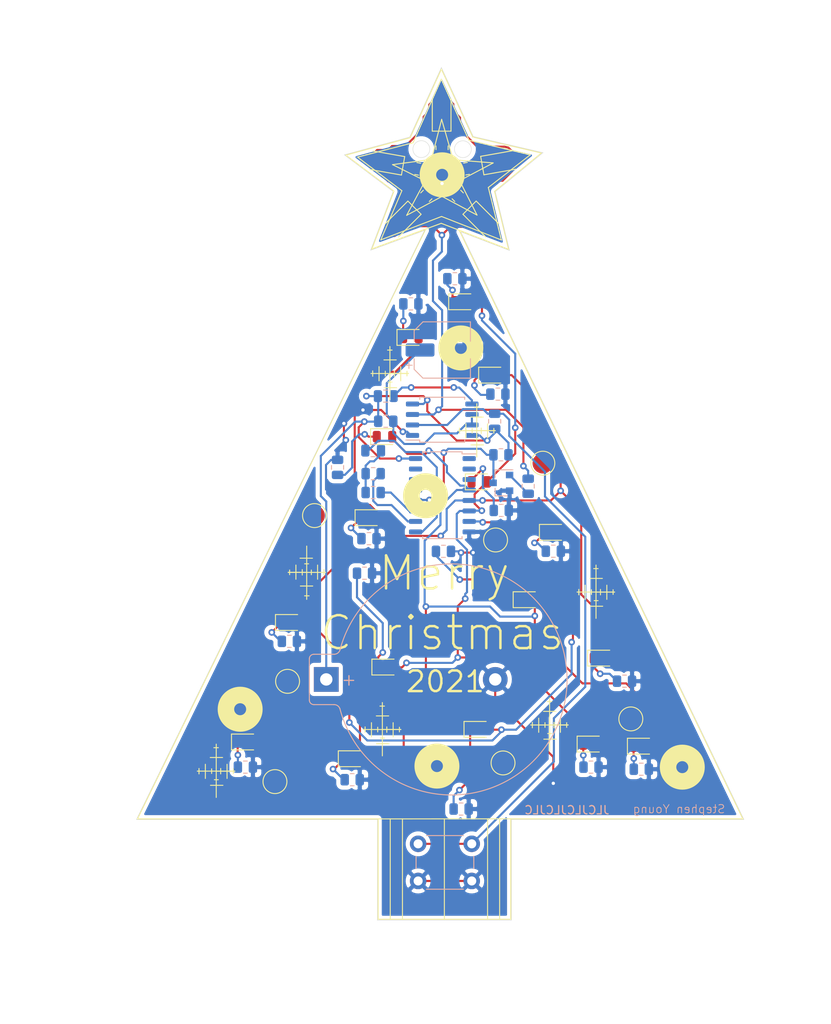
<source format=kicad_pcb>
(kicad_pcb (version 20171130) (host pcbnew "(5.1.10-1-10_14)")
  (layers (0 F.Cu signal) (31 B.Cu signal) (34 B.Paste user) (35 F.Paste user) (36 B.SilkS user) (37 F.SilkS user) (38 B.Mask user) (39 F.Mask user) (44 Edge.Cuts user))
  (net 0 "")
  (net 1 VCC)
  (net 2 GND)
  (net 3 "Net-(C1-Pad1)")
  (net 4 "Net-(C2-Pad1)")
  (net 5 "Net-(C3-Pad2)")
  (net 6 "Net-(C3-Pad1)")
  (net 7 "Net-(Q1-Pad3)")
  (net 8 "Net-(Q1-Pad1)")
  (net 9 "Net-(R3-Pad2)")
  (net 10 "Net-(R5-Pad1)")
  (net 11 "Net-(R6-Pad1)")
  (net 12 "Net-(U2-Pad15)")
  (net 13 "Net-(U2-Pad14)")
  (net 14 "Net-(U2-Pad13)")
  (net 15 "Net-(U2-Pad3)")
  (net 16 "Net-(U2-Pad2)")
  (net 17 "Net-(U2-Pad1)")
  (net 18 "Net-(D1-Pad2)")
  (net 19 "Net-(D1-Pad1)")
  (net 20 "Net-(D2-Pad1)")
  (net 21 "Net-(D3-Pad1)")
  (net 22 "Net-(D4-Pad1)")
  (net 23 "Net-(D5-Pad2)")
  (net 24 "Net-(D5-Pad1)")
  (net 25 "Net-(D6-Pad1)")
  (net 26 "Net-(D7-Pad1)")
  (net 27 "Net-(D8-Pad1)")
  (net 28 "Net-(D10-Pad2)")
  (net 29 "Net-(D9-Pad1)")
  (net 30 "Net-(D10-Pad1)")
  (net 31 "Net-(D11-Pad1)")
  (net 32 "Net-(D12-Pad1)")
  (net 33 "Net-(D13-Pad2)")
  (net 34 "Net-(D13-Pad1)")
  (net 35 "Net-(D14-Pad1)")
  (net 36 "Net-(D15-Pad1)")
  (net 37 "Net-(D16-Pad1)")
  (net 38 "Net-(D17-Pad2)")
  (net 39 "Net-(D17-Pad1)")
  (net 40 "Net-(D18-Pad1)")
  (net 41 "Net-(D19-Pad1)")
  (net 42 "Net-(D20-Pad1)")
  (net 43 "Net-(D21-Pad1)")
  (module Package_SO:SOIC-8_5.23x5.23mm_P1.27mm (layer B.Cu) (at 149.85 77.03)
    (fp_text reference U1 hide)
    (fp_text value LMC555xM)
    (pad 8 smd roundrect (at 3.6 1.905) (size 1.6 0.6) (layers B.Cu B.Paste B.Mask) (net 1 VCC))
    (pad 7 smd roundrect (at 3.6 0.635) (size 1.6 0.6) (layers B.Cu B.Paste B.Mask) (net 4 "Net-(C2-Pad1)"))
    (pad 6 smd roundrect (at 3.6 -0.635) (size 1.6 0.6) (layers B.Cu B.Paste B.Mask) (net 4 "Net-(C2-Pad1)"))
    (pad 5 smd roundrect (at 3.6 -1.905) (size 1.6 0.6) (layers B.Cu B.Paste B.Mask) (net 3 "Net-(C1-Pad1)"))
    (pad 4 smd roundrect (at -3.6 -1.905) (size 1.6 0.6) (layers B.Cu B.Paste B.Mask) (net 1 VCC))
    (pad 3 smd roundrect (at -3.6 -0.635) (size 1.6 0.6) (layers B.Cu B.Paste B.Mask) (net 38 "Net-(D17-Pad2)"))
    (pad 2 smd roundrect (at -3.6 0.635) (size 1.6 0.6) (layers B.Cu B.Paste B.Mask) (net 9 "Net-(R3-Pad2)"))
    (pad 1 smd roundrect (at -3.6 1.905) (size 1.6 0.6) (layers B.Cu B.Paste B.Mask) (net 2 GND))
  )
  (module Package_SO:SOP-16_4.55x10.3mm_P1.27mm (layer B.Cu) (at 149.87 86.18 180)
    (fp_text reference U2 hide)
    (fp_text value CD4060)
    (pad 16 smd roundrect (at 3.25 4.445 180) (size 1.6 0.6) (layers B.Cu B.Paste B.Mask) (net 1 VCC))
    (pad 15 smd roundrect (at 3.25 3.175 180) (size 1.6 0.6) (layers B.Cu B.Paste B.Mask) (net 12 "Net-(U2-Pad15)"))
    (pad 14 smd roundrect (at 3.25 1.905 180) (size 1.6 0.6) (layers B.Cu B.Paste B.Mask) (net 13 "Net-(U2-Pad14)"))
    (pad 13 smd roundrect (at 3.25 0.635 180) (size 1.6 0.6) (layers B.Cu B.Paste B.Mask) (net 14 "Net-(U2-Pad13)"))
    (pad 12 smd roundrect (at 3.25 -0.635 180) (size 1.6 0.6) (layers B.Cu B.Paste B.Mask) (net 7 "Net-(Q1-Pad3)"))
    (pad 11 smd roundrect (at 3.25 -1.905 180) (size 1.6 0.6) (layers B.Cu B.Paste B.Mask) (net 10 "Net-(R5-Pad1)"))
    (pad 10 smd roundrect (at 3.25 -3.175 180) (size 1.6 0.6) (layers B.Cu B.Paste B.Mask) (net 11 "Net-(R6-Pad1)"))
    (pad 9 smd roundrect (at 3.25 -4.445 180) (size 1.6 0.6) (layers B.Cu B.Paste B.Mask) (net 6 "Net-(C3-Pad1)"))
    (pad 8 smd roundrect (at -3.25 -4.445 180) (size 1.6 0.6) (layers B.Cu B.Paste B.Mask) (net 2 GND))
    (pad 7 smd roundrect (at -3.25 -3.175 180) (size 1.6 0.6) (layers B.Cu B.Paste B.Mask) (net 18 "Net-(D1-Pad2)"))
    (pad 6 smd roundrect (at -3.25 -1.905 180) (size 1.6 0.6) (layers B.Cu B.Paste B.Mask) (net 33 "Net-(D13-Pad2)"))
    (pad 5 smd roundrect (at -3.25 -0.635 180) (size 1.6 0.6) (layers B.Cu B.Paste B.Mask) (net 23 "Net-(D5-Pad2)"))
    (pad 4 smd roundrect (at -3.25 0.635 180) (size 1.6 0.6) (layers B.Cu B.Paste B.Mask) (net 28 "Net-(D10-Pad2)"))
    (pad 3 smd roundrect (at -3.25 1.905 180) (size 1.6 0.6) (layers B.Cu B.Paste B.Mask) (net 15 "Net-(U2-Pad3)"))
    (pad 2 smd roundrect (at -3.25 3.175 180) (size 1.6 0.6) (layers B.Cu B.Paste B.Mask) (net 16 "Net-(U2-Pad2)"))
    (pad 1 smd roundrect (at -3.25 4.445 180) (size 1.6 0.6) (layers B.Cu B.Paste B.Mask) (net 17 "Net-(U2-Pad1)"))
  )
  (module Battery:BatteryHolder_Keystone_105_1x2430 (layer B.Cu) (at 135.79 108.5)
    (fp_text reference BT1 hide)
    (fp_text value Battery_Cell)
    (fp_text user + (at 2.75 0) (layer B.SilkS) (effects (font (size 1.5 1.5)) (justify mirror)))
    (pad 1 thru_hole rect (at 0 0) (size 3 3) (drill 1.5) (layers *.Cu *.Mask) (net 1 VCC))
    (pad 2 thru_hole circle (at 20.49 0) (size 3 3) (drill 1.5) (layers *.Cu *.Mask) (net 2 GND))
  )
  (module Resistor_SMD:R_0805_2012Metric (layer F.Cu) (at 152.8 46.61 190)
    (fp_text reference R27 hide)
    (fp_text value 3.9kohm)
    (pad 2 smd roundrect (at 0.9125 0 190) (size 1.025 1.4) (layers F.Cu F.Paste F.Mask) (roundrect_rratio 0.2439014634146341) (net 2 GND))
    (pad 1 smd roundrect (at -0.9125 0 190) (size 1.025 1.4) (layers F.Cu F.Paste F.Mask) (roundrect_rratio 0.2439014634146341) (net 43 "Net-(D21-Pad1)"))
  )
  (module Resistor_SMD:R_0805_2012Metric (layer F.Cu) (at 151.732 49.902 135)
    (fp_text reference R26 hide)
    (fp_text value 3.9kohm)
    (pad 2 smd roundrect (at 0.9125 0 135) (size 1.025 1.4) (layers F.Cu F.Paste F.Mask) (roundrect_rratio 0.2439014634146341) (net 2 GND))
    (pad 1 smd roundrect (at -0.9125 0 135) (size 1.025 1.4) (layers F.Cu F.Paste F.Mask) (roundrect_rratio 0.2439014634146341) (net 42 "Net-(D20-Pad1)"))
  )
  (module Resistor_SMD:R_0805_2012Metric (layer F.Cu) (at 147.922 49.902 45)
    (fp_text reference R25 hide)
    (fp_text value 3.9kohm)
    (pad 2 smd roundrect (at 0.9125 0 45) (size 1.025 1.4) (layers F.Cu F.Paste F.Mask) (roundrect_rratio 0.2439014634146341) (net 2 GND))
    (pad 1 smd roundrect (at -0.9125 0 45) (size 1.025 1.4) (layers F.Cu F.Paste F.Mask) (roundrect_rratio 0.2439014634146341) (net 41 "Net-(D19-Pad1)"))
  )
  (module Resistor_SMD:R_0805_2012Metric (layer F.Cu) (at 146.88 46.63 350)
    (fp_text reference R24 hide)
    (fp_text value 3.9kohm)
    (pad 2 smd roundrect (at 0.9125 0 350) (size 1.025 1.4) (layers F.Cu F.Paste F.Mask) (roundrect_rratio 0.2439014634146341) (net 2 GND))
    (pad 1 smd roundrect (at -0.9125 0 350) (size 1.025 1.4) (layers F.Cu F.Paste F.Mask) (roundrect_rratio 0.2439014634146341) (net 40 "Net-(D18-Pad1)"))
  )
  (module LED_SMD:LED_1206_3216Metric (layer F.Cu) (at 156.958 45.836 10)
    (fp_text reference D21 hide)
    (fp_text value LED)
    (pad 2 smd roundrect (at 1.4 0 10) (size 1.25 1.75) (layers F.Cu F.Paste F.Mask) (roundrect_rratio 0.2) (net 38 "Net-(D17-Pad2)"))
    (pad 1 smd roundrect (at -1.4 0 10) (size 1.25 1.75) (layers F.Cu F.Paste F.Mask) (roundrect_rratio 0.2) (net 43 "Net-(D21-Pad1)"))
  )
  (module LED_SMD:LED_1206_3216Metric (layer F.Cu) (at 154.78 52.95 315)
    (fp_text reference D20 hide)
    (fp_text value LED)
    (pad 2 smd roundrect (at 1.4 0 315) (size 1.25 1.75) (layers F.Cu F.Paste F.Mask) (roundrect_rratio 0.2) (net 38 "Net-(D17-Pad2)"))
    (pad 1 smd roundrect (at -1.4 0 315) (size 1.25 1.75) (layers F.Cu F.Paste F.Mask) (roundrect_rratio 0.2) (net 42 "Net-(D20-Pad1)"))
  )
  (module LED_SMD:LED_1206_3216Metric (layer F.Cu) (at 144.874 52.95 225)
    (fp_text reference D19 hide)
    (fp_text value LED)
    (pad 2 smd roundrect (at 1.4 0 225) (size 1.25 1.75) (layers F.Cu F.Paste F.Mask) (roundrect_rratio 0.2) (net 38 "Net-(D17-Pad2)"))
    (pad 1 smd roundrect (at -1.4 0 225) (size 1.25 1.75) (layers F.Cu F.Paste F.Mask) (roundrect_rratio 0.2) (net 41 "Net-(D19-Pad1)"))
  )
  (module LED_SMD:LED_1206_3216Metric (layer F.Cu) (at 142.854 45.866 170)
    (fp_text reference D18 hide)
    (fp_text value LED)
    (pad 2 smd roundrect (at 1.4 0 170) (size 1.25 1.75) (layers F.Cu F.Paste F.Mask) (roundrect_rratio 0.2) (net 38 "Net-(D17-Pad2)"))
    (pad 1 smd roundrect (at -1.4 0 170) (size 1.25 1.75) (layers F.Cu F.Paste F.Mask) (roundrect_rratio 0.2) (net 40 "Net-(D18-Pad1)"))
  )
  (module LED_SMD:LED_1206_3216Metric (layer F.Cu) (at 149.78 39.776 90)
    (fp_text reference D17 hide)
    (fp_text value LED)
    (pad 2 smd roundrect (at 1.4 0 90) (size 1.25 1.75) (layers F.Cu F.Paste F.Mask) (roundrect_rratio 0.2) (net 38 "Net-(D17-Pad2)"))
    (pad 1 smd roundrect (at -1.4 0 90) (size 1.25 1.75) (layers F.Cu F.Paste F.Mask) (roundrect_rratio 0.2) (net 39 "Net-(D17-Pad1)"))
  )
  (module Resistor_SMD:R_0805_2012Metric (layer F.Cu) (at 149.83 44.08 270)
    (fp_text reference R23 hide)
    (fp_text value 3.9kohm)
    (pad 2 smd roundrect (at 0.9125 0 270) (size 1.025 1.4) (layers F.Cu F.Paste F.Mask) (roundrect_rratio 0.2439014634146341) (net 2 GND))
    (pad 1 smd roundrect (at -0.9125 0 270) (size 1.025 1.4) (layers F.Cu F.Paste F.Mask) (roundrect_rratio 0.2439014634146341) (net 39 "Net-(D17-Pad1)"))
  )
  (module TestPoint:TestPoint_Pad_D2.5mm (layer F.Cu) (at 157.226 118.618)
    (fp_text reference REF** hide)
    (fp_text value TestPoint_Pad_D2.5mm)
    (pad 1 smd circle (at 0 0) (size 2.5 2.5) (layers F.Cu F.Mask))
  )
  (module TestPoint:TestPoint_Pad_D2.5mm (layer F.Cu) (at 129.57 120.88)
    (fp_text reference REF** hide)
    (fp_text value TestPoint_Pad_D2.5mm)
    (pad 1 smd circle (at 0 0) (size 2.5 2.5) (layers F.Cu F.Mask))
  )
  (module TestPoint:TestPoint_Pad_D2.5mm (layer F.Cu) (at 131.1 108.73)
    (fp_text reference REF** hide)
    (fp_text value TestPoint_Pad_D2.5mm)
    (pad 1 smd circle (at 0 0) (size 2.5 2.5) (layers F.Cu F.Mask))
  )
  (module TestPoint:TestPoint_Pad_D2.5mm (layer F.Cu) (at 156.32 91.6)
    (fp_text reference REF** hide)
    (fp_text value TestPoint_Pad_D2.5mm)
    (pad 1 smd circle (at 0 0) (size 2.5 2.5) (layers F.Cu F.Mask))
  )
  (module TestPoint:TestPoint_Pad_D2.5mm (layer F.Cu) (at 172.72 113.284)
    (fp_text reference REF** hide)
    (fp_text value TestPoint_Pad_D2.5mm)
    (pad 1 smd circle (at 0 0) (size 2.5 2.5) (layers F.Cu F.Mask))
  )
  (module TestPoint:TestPoint_Pad_D2.5mm (layer F.Cu) (at 162.052 82.296)
    (fp_text reference REF** hide)
    (fp_text value TestPoint_Pad_D2.5mm)
    (pad 1 smd circle (at 0 0) (size 2.5 2.5) (layers F.Cu F.Mask))
  )
  (module TestPoint:TestPoint_Pad_D2.5mm (layer F.Cu) (at 134.366 88.646)
    (fp_text reference REF** hide)
    (fp_text value TestPoint_Pad_D2.5mm)
    (pad 1 smd circle (at 0 0) (size 2.5 2.5) (layers F.Cu F.Mask))
  )
  (module Resistor_SMD:R_0805_2012Metric (layer B.Cu) (at 140.43 95.63)
    (fp_text reference R22 hide)
    (fp_text value 3.9kohm)
    (pad 2 smd roundrect (at 0.9125 0) (size 1.025 1.4) (layers B.Cu B.Paste B.Mask) (roundrect_rratio 0.2439014634146341) (net 2 GND))
    (pad 1 smd roundrect (at -0.9125 0) (size 1.025 1.4) (layers B.Cu B.Paste B.Mask) (roundrect_rratio 0.2439014634146341) (net 37 "Net-(D16-Pad1)"))
  )
  (module Resistor_SMD:R_0805_2012Metric (layer B.Cu) (at 151.384 59.944)
    (fp_text reference R21 hide)
    (fp_text value 3.9kohm)
    (pad 2 smd roundrect (at 0.9125 0) (size 1.025 1.4) (layers B.Cu B.Paste B.Mask) (roundrect_rratio 0.2439014634146341) (net 2 GND))
    (pad 1 smd roundrect (at -0.9125 0) (size 1.025 1.4) (layers B.Cu B.Paste B.Mask) (roundrect_rratio 0.2439014634146341) (net 36 "Net-(D15-Pad1)"))
  )
  (module Resistor_SMD:R_0805_2012Metric (layer B.Cu) (at 167.894 119.126)
    (fp_text reference R20 hide)
    (fp_text value 3.9kohm)
    (pad 2 smd roundrect (at 0.9125 0) (size 1.025 1.4) (layers B.Cu B.Paste B.Mask) (roundrect_rratio 0.2439014634146341) (net 2 GND))
    (pad 1 smd roundrect (at -0.9125 0) (size 1.025 1.4) (layers B.Cu B.Paste B.Mask) (roundrect_rratio 0.2439014634146341) (net 35 "Net-(D14-Pad1)"))
  )
  (module Resistor_SMD:R_0805_2012Metric (layer B.Cu) (at 157.01 88.02)
    (fp_text reference R19 hide)
    (fp_text value 3.9kohm)
    (pad 2 smd roundrect (at 0.9125 0) (size 1.025 1.4) (layers B.Cu B.Paste B.Mask) (roundrect_rratio 0.2439014634146341) (net 2 GND))
    (pad 1 smd roundrect (at -0.9125 0) (size 1.025 1.4) (layers B.Cu B.Paste B.Mask) (roundrect_rratio 0.2439014634146341) (net 34 "Net-(D13-Pad1)"))
  )
  (module Resistor_SMD:R_0805_2012Metric (layer B.Cu) (at 125.984 119.126)
    (fp_text reference R18 hide)
    (fp_text value 3.9kohm)
    (pad 2 smd roundrect (at 0.9125 0) (size 1.025 1.4) (layers B.Cu B.Paste B.Mask) (roundrect_rratio 0.2439014634146341) (net 2 GND))
    (pad 1 smd roundrect (at -0.9125 0) (size 1.025 1.4) (layers B.Cu B.Paste B.Mask) (roundrect_rratio 0.2439014634146341) (net 32 "Net-(D12-Pad1)"))
  )
  (module Resistor_SMD:R_0805_2012Metric (layer B.Cu) (at 137.16 82.804 90)
    (fp_text reference R17 hide)
    (fp_text value 3.9kohm)
    (pad 2 smd roundrect (at 0.9125 0 90) (size 1.025 1.4) (layers B.Cu B.Paste B.Mask) (roundrect_rratio 0.2439014634146341) (net 2 GND))
    (pad 1 smd roundrect (at -0.9125 0 90) (size 1.025 1.4) (layers B.Cu B.Paste B.Mask) (roundrect_rratio 0.2439014634146341) (net 31 "Net-(D11-Pad1)"))
  )
  (module Resistor_SMD:R_0805_2012Metric (layer B.Cu) (at 173.99 119.38)
    (fp_text reference R16 hide)
    (fp_text value 3.9kohm)
    (pad 2 smd roundrect (at 0.9125 0) (size 1.025 1.4) (layers B.Cu B.Paste B.Mask) (roundrect_rratio 0.2439014634146341) (net 2 GND))
    (pad 1 smd roundrect (at -0.9125 0) (size 1.025 1.4) (layers B.Cu B.Paste B.Mask) (roundrect_rratio 0.2439014634146341) (net 30 "Net-(D10-Pad1)"))
  )
  (module Resistor_SMD:R_0805_2012Metric (layer B.Cu) (at 150 92.98)
    (fp_text reference R15 hide)
    (fp_text value 3.9kohm)
    (pad 2 smd roundrect (at 0.9125 0) (size 1.025 1.4) (layers B.Cu B.Paste B.Mask) (roundrect_rratio 0.2439014634146341) (net 2 GND))
    (pad 1 smd roundrect (at -0.9125 0) (size 1.025 1.4) (layers B.Cu B.Paste B.Mask) (roundrect_rratio 0.2439014634146341) (net 29 "Net-(D9-Pad1)"))
  )
  (module Resistor_SMD:R_0805_2012Metric (layer B.Cu) (at 171.958 108.712)
    (fp_text reference R14 hide)
    (fp_text value 3.9kohm)
    (pad 2 smd roundrect (at 0.9125 0) (size 1.025 1.4) (layers B.Cu B.Paste B.Mask) (roundrect_rratio 0.2439014634146341) (net 2 GND))
    (pad 1 smd roundrect (at -0.9125 0) (size 1.025 1.4) (layers B.Cu B.Paste B.Mask) (roundrect_rratio 0.2439014634146341) (net 27 "Net-(D8-Pad1)"))
  )
  (module Resistor_SMD:R_0805_2012Metric (layer B.Cu) (at 140.97 91.44)
    (fp_text reference R13 hide)
    (fp_text value 3.9kohm)
    (pad 2 smd roundrect (at 0.9125 0) (size 1.025 1.4) (layers B.Cu B.Paste B.Mask) (roundrect_rratio 0.2439014634146341) (net 2 GND))
    (pad 1 smd roundrect (at -0.9125 0) (size 1.025 1.4) (layers B.Cu B.Paste B.Mask) (roundrect_rratio 0.2439014634146341) (net 26 "Net-(D7-Pad1)"))
  )
  (module Resistor_SMD:R_0805_2012Metric (layer B.Cu) (at 138.938 120.65)
    (fp_text reference R12 hide)
    (fp_text value 3.9kohm)
    (pad 2 smd roundrect (at 0.9125 0) (size 1.025 1.4) (layers B.Cu B.Paste B.Mask) (roundrect_rratio 0.2439014634146341) (net 2 GND))
    (pad 1 smd roundrect (at -0.9125 0) (size 1.025 1.4) (layers B.Cu B.Paste B.Mask) (roundrect_rratio 0.2439014634146341) (net 25 "Net-(D6-Pad1)"))
  )
  (module Resistor_SMD:R_0805_2012Metric (layer B.Cu) (at 156.6 73.93)
    (fp_text reference R11 hide)
    (fp_text value 3.9kohm)
    (pad 2 smd roundrect (at 0.9125 0) (size 1.025 1.4) (layers B.Cu B.Paste B.Mask) (roundrect_rratio 0.2439014634146341) (net 2 GND))
    (pad 1 smd roundrect (at -0.9125 0) (size 1.025 1.4) (layers B.Cu B.Paste B.Mask) (roundrect_rratio 0.2439014634146341) (net 24 "Net-(D5-Pad1)"))
  )
  (module Resistor_SMD:R_0805_2012Metric (layer B.Cu) (at 152.146 124.206)
    (fp_text reference R10 hide)
    (fp_text value 3.9kohm)
    (pad 2 smd roundrect (at 0.9125 0) (size 1.025 1.4) (layers B.Cu B.Paste B.Mask) (roundrect_rratio 0.2439014634146341) (net 2 GND))
    (pad 1 smd roundrect (at -0.9125 0) (size 1.025 1.4) (layers B.Cu B.Paste B.Mask) (roundrect_rratio 0.2439014634146341) (net 22 "Net-(D4-Pad1)"))
  )
  (module Resistor_SMD:R_0805_2012Metric (layer B.Cu) (at 146.05 62.992)
    (fp_text reference R9 hide)
    (fp_text value 3.9kohm)
    (pad 2 smd roundrect (at 0.9125 0) (size 1.025 1.4) (layers B.Cu B.Paste B.Mask) (roundrect_rratio 0.2439014634146341) (net 2 GND))
    (pad 1 smd roundrect (at -0.9125 0) (size 1.025 1.4) (layers B.Cu B.Paste B.Mask) (roundrect_rratio 0.2439014634146341) (net 21 "Net-(D3-Pad1)"))
  )
  (module Resistor_SMD:R_0805_2012Metric (layer B.Cu) (at 131.318 103.886)
    (fp_text reference R8 hide)
    (fp_text value 3.9kohm)
    (pad 2 smd roundrect (at 0.9125 0) (size 1.025 1.4) (layers B.Cu B.Paste B.Mask) (roundrect_rratio 0.2439014634146341) (net 2 GND))
    (pad 1 smd roundrect (at -0.9125 0) (size 1.025 1.4) (layers B.Cu B.Paste B.Mask) (roundrect_rratio 0.2439014634146341) (net 20 "Net-(D2-Pad1)"))
  )
  (module Resistor_SMD:R_0805_2012Metric (layer B.Cu) (at 163.322 92.964)
    (fp_text reference R7 hide)
    (fp_text value 3.9kohm)
    (pad 2 smd roundrect (at 0.9125 0) (size 1.025 1.4) (layers B.Cu B.Paste B.Mask) (roundrect_rratio 0.2439014634146341) (net 2 GND))
    (pad 1 smd roundrect (at -0.9125 0) (size 1.025 1.4) (layers B.Cu B.Paste B.Mask) (roundrect_rratio 0.2439014634146341) (net 19 "Net-(D1-Pad1)"))
  )
  (module LED_SMD:LED_0805_2012Metric (layer F.Cu) (at 143.01 107)
    (fp_text reference D16 hide)
    (fp_text value LED)
    (pad 2 smd roundrect (at 0.9375 0) (size 0.975 1.4) (layers F.Cu F.Paste F.Mask) (net 33 "Net-(D13-Pad2)"))
    (pad 1 smd roundrect (at -0.9375 0) (size 0.975 1.4) (layers F.Cu F.Paste F.Mask) (net 37 "Net-(D16-Pad1)"))
  )
  (module LED_SMD:LED_0805_2012Metric (layer F.Cu) (at 152.3215 62.738)
    (fp_text reference D15 hide)
    (fp_text value LED)
    (pad 2 smd roundrect (at 0.9375 0) (size 0.975 1.4) (layers F.Cu F.Paste F.Mask) (net 33 "Net-(D13-Pad2)"))
    (pad 1 smd roundrect (at -0.9375 0) (size 0.975 1.4) (layers F.Cu F.Paste F.Mask) (net 36 "Net-(D15-Pad1)"))
  )
  (module LED_SMD:LED_0805_2012Metric (layer F.Cu) (at 167.894 116.332)
    (fp_text reference D14 hide)
    (fp_text value LED)
    (pad 2 smd roundrect (at 0.9375 0) (size 0.975 1.4) (layers F.Cu F.Paste F.Mask) (net 33 "Net-(D13-Pad2)"))
    (pad 1 smd roundrect (at -0.9375 0) (size 0.975 1.4) (layers F.Cu F.Paste F.Mask) (net 35 "Net-(D14-Pad1)"))
  )
  (module LED_SMD:LED_0805_2012Metric (layer F.Cu) (at 154.34 84.56)
    (fp_text reference D13 hide)
    (fp_text value LED)
    (pad 2 smd roundrect (at 0.9375 0) (size 0.975 1.4) (layers F.Cu F.Paste F.Mask) (net 33 "Net-(D13-Pad2)"))
    (pad 1 smd roundrect (at -0.9375 0) (size 0.975 1.4) (layers F.Cu F.Paste F.Mask) (net 34 "Net-(D13-Pad1)"))
  )
  (module LED_SMD:LED_0805_2012Metric (layer F.Cu) (at 125.984 116.078)
    (fp_text reference D12 hide)
    (fp_text value LED)
    (pad 2 smd roundrect (at 0.9375 0) (size 0.975 1.4) (layers F.Cu F.Paste F.Mask) (net 28 "Net-(D10-Pad2)"))
    (pad 1 smd roundrect (at -0.9375 0) (size 0.975 1.4) (layers F.Cu F.Paste F.Mask) (net 32 "Net-(D12-Pad1)"))
  )
  (module LED_SMD:LED_0805_2012Metric (layer F.Cu) (at 142.85 79.08)
    (fp_text reference D11 hide)
    (fp_text value LED)
    (pad 2 smd roundrect (at 0.9375 0) (size 0.975 1.4) (layers F.Cu F.Paste F.Mask) (net 28 "Net-(D10-Pad2)"))
    (pad 1 smd roundrect (at -0.9375 0) (size 0.975 1.4) (layers F.Cu F.Paste F.Mask) (net 31 "Net-(D11-Pad1)"))
  )
  (module LED_SMD:LED_0805_2012Metric (layer F.Cu) (at 173.99 116.586)
    (fp_text reference D10 hide)
    (fp_text value LED)
    (pad 2 smd roundrect (at 0.9375 0) (size 0.975 1.4) (layers F.Cu F.Paste F.Mask) (net 28 "Net-(D10-Pad2)"))
    (pad 1 smd roundrect (at -0.9375 0) (size 0.975 1.4) (layers F.Cu F.Paste F.Mask) (net 30 "Net-(D10-Pad1)"))
  )
  (module LED_SMD:LED_0805_2012Metric (layer F.Cu) (at 160.14 98.84)
    (fp_text reference D9 hide)
    (fp_text value LED)
    (pad 2 smd roundrect (at 0.9375 0) (size 0.975 1.4) (layers F.Cu F.Paste F.Mask) (net 28 "Net-(D10-Pad2)"))
    (pad 1 smd roundrect (at -0.9375 0) (size 0.975 1.4) (layers F.Cu F.Paste F.Mask) (net 29 "Net-(D9-Pad1)"))
  )
  (module LED_SMD:LED_0805_2012Metric (layer F.Cu) (at 169.164 105.918)
    (fp_text reference D8 hide)
    (fp_text value LED)
    (pad 2 smd roundrect (at 0.9375 0) (size 0.975 1.4) (layers F.Cu F.Paste F.Mask) (net 23 "Net-(D5-Pad2)"))
    (pad 1 smd roundrect (at -0.9375 0) (size 0.975 1.4) (layers F.Cu F.Paste F.Mask) (net 27 "Net-(D8-Pad1)"))
  )
  (module LED_SMD:LED_0805_2012Metric (layer F.Cu) (at 140.97 88.9)
    (fp_text reference D7 hide)
    (fp_text value LED)
    (pad 2 smd roundrect (at 0.9375 0) (size 0.975 1.4) (layers F.Cu F.Paste F.Mask) (net 23 "Net-(D5-Pad2)"))
    (pad 1 smd roundrect (at -0.9375 0) (size 0.975 1.4) (layers F.Cu F.Paste F.Mask) (net 26 "Net-(D7-Pad1)"))
  )
  (module LED_SMD:LED_0805_2012Metric (layer F.Cu) (at 138.938 118.11)
    (fp_text reference D6 hide)
    (fp_text value LED)
    (pad 2 smd roundrect (at 0.9375 0) (size 0.975 1.4) (layers F.Cu F.Paste F.Mask) (net 23 "Net-(D5-Pad2)"))
    (pad 1 smd roundrect (at -0.9375 0) (size 0.975 1.4) (layers F.Cu F.Paste F.Mask) (net 25 "Net-(D6-Pad1)"))
  )
  (module LED_SMD:LED_0805_2012Metric (layer F.Cu) (at 155.956 71.628)
    (fp_text reference D5 hide)
    (fp_text value LED)
    (pad 2 smd roundrect (at 0.9375 0) (size 0.975 1.4) (layers F.Cu F.Paste F.Mask) (net 23 "Net-(D5-Pad2)"))
    (pad 1 smd roundrect (at -0.9375 0) (size 0.975 1.4) (layers F.Cu F.Paste F.Mask) (net 24 "Net-(D5-Pad1)"))
  )
  (module LED_SMD:LED_0805_2012Metric (layer F.Cu) (at 154.178 114.554)
    (fp_text reference D4 hide)
    (fp_text value LED)
    (pad 2 smd roundrect (at 0.9375 0) (size 0.975 1.4) (layers F.Cu F.Paste F.Mask) (net 18 "Net-(D1-Pad2)"))
    (pad 1 smd roundrect (at -0.9375 0) (size 0.975 1.4) (layers F.Cu F.Paste F.Mask) (net 22 "Net-(D4-Pad1)"))
  )
  (module LED_SMD:LED_0805_2012Metric (layer F.Cu) (at 146.05 67.056)
    (fp_text reference D3 hide)
    (fp_text value LED)
    (pad 2 smd roundrect (at 0.9375 0) (size 0.975 1.4) (layers F.Cu F.Paste F.Mask) (net 18 "Net-(D1-Pad2)"))
    (pad 1 smd roundrect (at -0.9375 0) (size 0.975 1.4) (layers F.Cu F.Paste F.Mask) (net 21 "Net-(D3-Pad1)"))
  )
  (module LED_SMD:LED_0805_2012Metric (layer F.Cu) (at 131.318 101.6)
    (fp_text reference D2 hide)
    (fp_text value LED)
    (pad 2 smd roundrect (at 0.9375 0) (size 0.975 1.4) (layers F.Cu F.Paste F.Mask) (net 18 "Net-(D1-Pad2)"))
    (pad 1 smd roundrect (at -0.9375 0) (size 0.975 1.4) (layers F.Cu F.Paste F.Mask) (net 20 "Net-(D2-Pad1)"))
  )
  (module LED_SMD:LED_0805_2012Metric (layer F.Cu) (at 163.322 90.678)
    (fp_text reference D1 hide)
    (fp_text value LED)
    (pad 2 smd roundrect (at 0.9375 0) (size 0.975 1.4) (layers F.Cu F.Paste F.Mask) (net 18 "Net-(D1-Pad2)"))
    (pad 1 smd roundrect (at -0.9375 0) (size 0.975 1.4) (layers F.Cu F.Paste F.Mask) (net 19 "Net-(D1-Pad1)"))
  )
  (module Button_Switch_THT:SW_PUSH_6mm (layer B.Cu) (at 146.93 132.92)
    (fp_text reference SW1 hide)
    (fp_text value SW_Push hide)
    (pad 1 thru_hole circle (at 6.5 0 270) (size 2 2) (drill 1.1) (layers *.Cu *.Mask) (net 2 GND))
    (pad 2 thru_hole circle (at 6.5 -4.5 270) (size 2 2) (drill 1.1) (layers *.Cu *.Mask) (net 9 "Net-(R3-Pad2)"))
    (pad 1 thru_hole circle (at 0 0 270) (size 2 2) (drill 1.1) (layers *.Cu *.Mask) (net 2 GND))
    (pad 2 thru_hole circle (at 0 -4.5 270) (size 2 2) (drill 1.1) (layers *.Cu *.Mask) (net 9 "Net-(R3-Pad2)"))
  )
  (module Resistor_SMD:R_0805_2012Metric (layer B.Cu) (at 141.478 83.566 180)
    (fp_text reference R6 hide)
    (fp_text value 3.9kohm)
    (pad 2 smd roundrect (at 0.9125 0 180) (size 1.025 1.4) (layers B.Cu B.Paste B.Mask) (roundrect_rratio 0.2439014634146341) (net 5 "Net-(C3-Pad2)"))
    (pad 1 smd roundrect (at -0.9125 0 180) (size 1.025 1.4) (layers B.Cu B.Paste B.Mask) (roundrect_rratio 0.2439014634146341) (net 11 "Net-(R6-Pad1)"))
  )
  (module Resistor_SMD:R_0805_2012Metric (layer B.Cu) (at 141.478 85.852 180)
    (fp_text reference R5 hide)
    (fp_text value 3.9kohm)
    (pad 2 smd roundrect (at 0.9125 0 180) (size 1.025 1.4) (layers B.Cu B.Paste B.Mask) (roundrect_rratio 0.2439014634146341) (net 5 "Net-(C3-Pad2)"))
    (pad 1 smd roundrect (at -0.9125 0 180) (size 1.025 1.4) (layers B.Cu B.Paste B.Mask) (roundrect_rratio 0.2439014634146341) (net 10 "Net-(R5-Pad1)"))
  )
  (module Resistor_SMD:R_0805_2012Metric (layer B.Cu) (at 143.002 77.216)
    (fp_text reference R4 hide)
    (fp_text value 10kohm)
    (pad 2 smd roundrect (at 0.9125 0) (size 1.025 1.4) (layers B.Cu B.Paste B.Mask) (roundrect_rratio 0.2439014634146341) (net 4 "Net-(C2-Pad1)"))
    (pad 1 smd roundrect (at -0.9125 0) (size 1.025 1.4) (layers B.Cu B.Paste B.Mask) (roundrect_rratio 0.2439014634146341) (net 1 VCC))
  )
  (module Resistor_SMD:R_0805_2012Metric (layer B.Cu) (at 156.21 77.216 90)
    (fp_text reference R3 hide)
    (fp_text value 3.9kohm)
    (pad 2 smd roundrect (at 0.9125 0 90) (size 1.025 1.4) (layers B.Cu B.Paste B.Mask) (roundrect_rratio 0.2439014634146341) (net 9 "Net-(R3-Pad2)"))
    (pad 1 smd roundrect (at -0.9125 0 90) (size 1.025 1.4) (layers B.Cu B.Paste B.Mask) (roundrect_rratio 0.2439014634146341) (net 1 VCC))
  )
  (module Resistor_SMD:R_0805_2012Metric (layer B.Cu) (at 156.972 81.28)
    (fp_text reference R2 hide)
    (fp_text value 3.9kohm)
    (pad 2 smd roundrect (at 0.9125 0) (size 1.025 1.4) (layers B.Cu B.Paste B.Mask) (roundrect_rratio 0.2439014634146341) (net 1 VCC))
    (pad 1 smd roundrect (at -0.9125 0) (size 1.025 1.4) (layers B.Cu B.Paste B.Mask) (roundrect_rratio 0.2439014634146341) (net 7 "Net-(Q1-Pad3)"))
  )
  (module Resistor_SMD:R_0805_2012Metric (layer B.Cu) (at 160.274 85.09 270)
    (fp_text reference R1 hide)
    (fp_text value 10kohm)
    (pad 2 smd roundrect (at 0.9125 0 270) (size 1.025 1.4) (layers B.Cu B.Paste B.Mask) (roundrect_rratio 0.2439014634146341) (net 8 "Net-(Q1-Pad1)"))
    (pad 1 smd roundrect (at -0.9125 0 270) (size 1.025 1.4) (layers B.Cu B.Paste B.Mask) (roundrect_rratio 0.2439014634146341) (net 38 "Net-(D17-Pad2)"))
  )
  (module Package_TO_SOT_SMD:SOT-23 (layer B.Cu) (at 157.02 84.68 180)
    (fp_text reference Q1 hide)
    (fp_text value PMBT2222)
    (pad 3 smd rect (at 1 0 180) (size 0.9 0.8) (layers B.Cu B.Paste B.Mask) (net 7 "Net-(Q1-Pad3)"))
    (pad 2 smd rect (at -1 -0.95 180) (size 0.9 0.8) (layers B.Cu B.Paste B.Mask) (net 2 GND))
    (pad 1 smd rect (at -1 0.95 180) (size 0.9 0.8) (layers B.Cu B.Paste B.Mask) (net 8 "Net-(Q1-Pad1)"))
  )
  (module Capacitor_SMD:C_0805_2012Metric (layer B.Cu) (at 141.478 80.772)
    (fp_text reference C3 hide)
    (fp_text value C)
    (pad 2 smd roundrect (at 0.95 0) (size 1 1.45) (layers B.Cu B.Paste B.Mask) (net 5 "Net-(C3-Pad2)"))
    (pad 1 smd roundrect (at -0.95 0) (size 1 1.45) (layers B.Cu B.Paste B.Mask) (net 6 "Net-(C3-Pad1)"))
  )
  (module Capacitor_SMD:CP_Elec_6.3x5.8 (layer B.Cu) (at 149.86 68.58)
    (fp_text reference C2 hide)
    (fp_text value CP1)
    (pad 2 smd roundrect (at 2.7 0) (size 3.5 1.6) (layers B.Cu B.Paste B.Mask) (roundrect_rratio 0.15625) (net 2 GND))
    (pad 1 smd roundrect (at -2.7 0) (size 3.5 1.6) (layers B.Cu B.Paste B.Mask) (roundrect_rratio 0.15625) (net 4 "Net-(C2-Pad1)"))
  )
  (module Capacitor_SMD:C_0805_2012Metric (layer B.Cu) (at 143.002 74.168 180)
    (fp_text reference C1 hide)
    (fp_text value C)
    (pad 2 smd roundrect (at 0.95 0 180) (size 1 1.45) (layers B.Cu B.Paste B.Mask) (net 1 VCC))
    (pad 1 smd roundrect (at -0.95 0 180) (size 1 1.45) (layers B.Cu B.Paste B.Mask) (net 3 "Net-(C1-Pad1)"))
  )
  (gr_text JLCJLCJLCJLC (at 164.97 124.33) (layer B.SilkS) (effects (font (size 1 1)) (justify mirror)))
  (gr_circle (center 149.84 47.353777) (end 150.566223 47.353777) (layer F.SilkS) (width 2))
  (gr_circle (center 178.96 119.13) (end 179.686223 119.13) (layer F.SilkS) (width 2))
  (gr_circle (center 152.11 68.33) (end 152.836223 68.33) (layer F.SilkS) (width 2))
  (gr_circle (center 125.35 112.11) (end 126.076223 112.11) (layer F.SilkS) (width 2))
  (gr_circle (center 149.21 119) (end 149.936223 119) (layer F.SilkS) (width 2))
  (gr_circle (center 147.83 86.24) (end 148.556223 86.24) (layer F.SilkS) (width 2))
  (gr_line (start 151.96 48.06) (end 156.02 45.92) (layer F.SilkS) (width 0.12))
  (gr_line (start 154.07 52.23) (end 151.96 48.06) (layer F.SilkS) (width 0.12))
  (gr_line (start 149.83 49.97) (end 154.07 52.23) (layer F.SilkS) (width 0.12))
  (gr_line (start 145.54 52.26) (end 149.83 49.97) (layer F.SilkS) (width 0.12))
  (gr_line (start 147.78 48.08) (end 145.54 52.26) (layer F.SilkS) (width 0.12))
  (gr_line (start 143.83 46.12) (end 147.78 48.08) (layer F.SilkS) (width 0.12))
  (gr_line (start 148.54 45.48) (end 143.83 46.12) (layer F.SilkS) (width 0.12))
  (gr_line (start 149.78 40.63) (end 148.54 45.48) (layer F.SilkS) (width 0.12))
  (gr_line (start 151.19 45.53) (end 149.78 40.63) (layer F.SilkS) (width 0.12))
  (gr_line (start 156.03 45.91) (end 151.19 45.53) (layer F.SilkS) (width 0.12))
  (gr_line (start 146.31 43.47) (end 149.74 35.77) (layer F.SilkS) (width 0.12))
  (gr_line (start 139.59 45.21) (end 146.31 43.47) (layer F.SilkS) (width 0.12))
  (gr_line (start 144.96 49.28) (end 139.59 45.21) (layer F.SilkS) (width 0.12))
  (gr_line (start 142.41 55.23) (end 144.96 49.28) (layer F.SilkS) (width 0.12))
  (gr_line (start 149.77 52.4) (end 142.41 55.23) (layer F.SilkS) (width 0.12))
  (gr_line (start 157.02 55.25) (end 149.77 52.4) (layer F.SilkS) (width 0.12))
  (gr_line (start 155.44 48.89) (end 157.02 55.25) (layer F.SilkS) (width 0.12))
  (gr_line (start 160.53 44.93) (end 155.44 48.89) (layer F.SilkS) (width 0.12))
  (gr_line (start 153.09 43.16) (end 160.53 44.93) (layer F.SilkS) (width 0.12))
  (gr_line (start 149.74 35.77) (end 153.09 43.16) (layer F.SilkS) (width 0.12))
  (gr_line (start 169.04 98.25) (end 169.04 97.59) (layer F.SilkS) (width 0.12))
  (gr_line (start 170.57 98.2) (end 170.57 97.63) (layer F.SilkS) (width 0.12))
  (gr_line (start 169.27 96.26) (end 167.77 96.26) (layer F.SilkS) (width 0.12))
  (gr_line (start 169.81 98.8) (end 169.81 97.08) (layer F.SilkS) (width 0.12))
  (gr_line (start 168.76 95.07) (end 168.21 95.07) (layer F.SilkS) (width 0.12))
  (gr_line (start 169.31 99.63) (end 167.8 99.63) (layer F.SilkS) (width 0.12))
  (gr_line (start 170.75 97.91) (end 166.2 97.91) (layer F.SilkS) (width 0.12))
  (gr_line (start 168.49 97.91) (end 170.75 97.91) (layer F.SilkS) (width 0.12))
  (gr_line (start 168.75 98.95) (end 168.27 98.95) (layer F.SilkS) (width 0.12))
  (gr_line (start 166.41 98.25) (end 166.41 97.59) (layer F.SilkS) (width 0.12))
  (gr_line (start 168.5 101.1) (end 168.5 94.64) (layer F.SilkS) (width 0.12))
  (gr_line (start 167.94 98.2) (end 167.94 97.63) (layer F.SilkS) (width 0.12))
  (gr_line (start 167.18 98.8) (end 167.18 97.08) (layer F.SilkS) (width 0.12))
  (gr_line (start 141.42 71.77) (end 141.42 71.11) (layer F.SilkS) (width 0.12))
  (gr_line (start 143.5 71.43) (end 145.76 71.43) (layer F.SilkS) (width 0.12))
  (gr_line (start 144.28 69.78) (end 142.78 69.78) (layer F.SilkS) (width 0.12))
  (gr_line (start 144.32 73.15) (end 142.81 73.15) (layer F.SilkS) (width 0.12))
  (gr_line (start 145.58 71.72) (end 145.58 71.15) (layer F.SilkS) (width 0.12))
  (gr_line (start 143.76 72.47) (end 143.28 72.47) (layer F.SilkS) (width 0.12))
  (gr_line (start 144.05 71.77) (end 144.05 71.11) (layer F.SilkS) (width 0.12))
  (gr_line (start 142.19 72.32) (end 142.19 70.6) (layer F.SilkS) (width 0.12))
  (gr_line (start 143.51 74.62) (end 143.51 68.16) (layer F.SilkS) (width 0.12))
  (gr_line (start 142.95 71.72) (end 142.95 71.15) (layer F.SilkS) (width 0.12))
  (gr_line (start 145.76 71.43) (end 141.21 71.43) (layer F.SilkS) (width 0.12))
  (gr_line (start 143.77 68.59) (end 143.22 68.59) (layer F.SilkS) (width 0.12))
  (gr_line (start 144.82 72.32) (end 144.82 70.6) (layer F.SilkS) (width 0.12))
  (gr_line (start 120.36 119.95) (end 120.36 119.29) (layer F.SilkS) (width 0.12))
  (gr_line (start 122.44 119.61) (end 124.7 119.61) (layer F.SilkS) (width 0.12))
  (gr_line (start 123.22 117.96) (end 121.72 117.96) (layer F.SilkS) (width 0.12))
  (gr_line (start 121.13 120.5) (end 121.13 118.78) (layer F.SilkS) (width 0.12))
  (gr_line (start 122.45 122.8) (end 122.45 116.34) (layer F.SilkS) (width 0.12))
  (gr_line (start 121.89 119.9) (end 121.89 119.33) (layer F.SilkS) (width 0.12))
  (gr_line (start 124.7 119.61) (end 120.15 119.61) (layer F.SilkS) (width 0.12))
  (gr_line (start 122.71 116.77) (end 122.16 116.77) (layer F.SilkS) (width 0.12))
  (gr_line (start 123.26 121.33) (end 121.75 121.33) (layer F.SilkS) (width 0.12))
  (gr_line (start 124.52 119.9) (end 124.52 119.33) (layer F.SilkS) (width 0.12))
  (gr_line (start 122.7 120.65) (end 122.22 120.65) (layer F.SilkS) (width 0.12))
  (gr_line (start 122.99 119.95) (end 122.99 119.29) (layer F.SilkS) (width 0.12))
  (gr_line (start 123.76 120.5) (end 123.76 118.78) (layer F.SilkS) (width 0.12))
  (gr_line (start 144.66 114.86) (end 144.66 114.29) (layer F.SilkS) (width 0.12))
  (gr_line (start 142.58 114.57) (end 144.84 114.57) (layer F.SilkS) (width 0.12))
  (gr_line (start 144.84 114.57) (end 140.29 114.57) (layer F.SilkS) (width 0.12))
  (gr_line (start 142.85 111.73) (end 142.3 111.73) (layer F.SilkS) (width 0.12))
  (gr_line (start 141.27 115.46) (end 141.27 113.74) (layer F.SilkS) (width 0.12))
  (gr_line (start 143.13 114.91) (end 143.13 114.25) (layer F.SilkS) (width 0.12))
  (gr_line (start 143.4 116.29) (end 141.89 116.29) (layer F.SilkS) (width 0.12))
  (gr_line (start 143.9 115.46) (end 143.9 113.74) (layer F.SilkS) (width 0.12))
  (gr_line (start 140.5 114.91) (end 140.5 114.25) (layer F.SilkS) (width 0.12))
  (gr_line (start 142.03 114.86) (end 142.03 114.29) (layer F.SilkS) (width 0.12))
  (gr_line (start 143.36 112.92) (end 141.86 112.92) (layer F.SilkS) (width 0.12))
  (gr_line (start 142.84 115.61) (end 142.36 115.61) (layer F.SilkS) (width 0.12))
  (gr_line (start 142.59 117.76) (end 142.59 111.3) (layer F.SilkS) (width 0.12))
  (gr_line (start 153.48 78.65) (end 153.48 78.08) (layer F.SilkS) (width 0.12))
  (gr_line (start 154.58 78.7) (end 154.58 78.04) (layer F.SilkS) (width 0.12))
  (gr_line (start 155.35 79.25) (end 155.35 77.53) (layer F.SilkS) (width 0.12))
  (gr_line (start 156.29 78.36) (end 151.74 78.36) (layer F.SilkS) (width 0.12))
  (gr_line (start 156.11 78.65) (end 156.11 78.08) (layer F.SilkS) (width 0.12))
  (gr_line (start 154.04 81.55) (end 154.04 75.09) (layer F.SilkS) (width 0.12))
  (gr_line (start 154.81 76.71) (end 153.31 76.71) (layer F.SilkS) (width 0.12))
  (gr_line (start 154.03 78.36) (end 156.29 78.36) (layer F.SilkS) (width 0.12))
  (gr_line (start 152.72 79.25) (end 152.72 77.53) (layer F.SilkS) (width 0.12))
  (gr_line (start 151.95 78.7) (end 151.95 78.04) (layer F.SilkS) (width 0.12))
  (gr_line (start 154.3 75.52) (end 153.75 75.52) (layer F.SilkS) (width 0.12))
  (gr_line (start 154.29 79.4) (end 153.81 79.4) (layer F.SilkS) (width 0.12))
  (gr_line (start 154.85 80.08) (end 153.34 80.08) (layer F.SilkS) (width 0.12))
  (gr_line (start 160.78 114.36) (end 160.78 113.7) (layer F.SilkS) (width 0.12))
  (gr_line (start 163.13 111.18) (end 162.58 111.18) (layer F.SilkS) (width 0.12))
  (gr_line (start 162.87 117.21) (end 162.87 110.75) (layer F.SilkS) (width 0.12))
  (gr_line (start 163.64 112.37) (end 162.14 112.37) (layer F.SilkS) (width 0.12))
  (gr_line (start 162.31 114.31) (end 162.31 113.74) (layer F.SilkS) (width 0.12))
  (gr_line (start 161.55 114.91) (end 161.55 113.19) (layer F.SilkS) (width 0.12))
  (gr_line (start 164.94 114.31) (end 164.94 113.74) (layer F.SilkS) (width 0.12))
  (gr_line (start 165.12 114.02) (end 160.57 114.02) (layer F.SilkS) (width 0.12))
  (gr_line (start 162.86 114.02) (end 165.12 114.02) (layer F.SilkS) (width 0.12))
  (gr_line (start 163.41 114.36) (end 163.41 113.7) (layer F.SilkS) (width 0.12))
  (gr_line (start 163.68 115.74) (end 162.17 115.74) (layer F.SilkS) (width 0.12))
  (gr_line (start 164.18 114.91) (end 164.18 113.19) (layer F.SilkS) (width 0.12))
  (gr_line (start 163.12 115.06) (end 162.64 115.06) (layer F.SilkS) (width 0.12))
  (gr_line (start 133.98 95.24) (end 133.98 95.81) (layer F.SilkS) (width 0.12))
  (gr_line (start 135.51 95.19) (end 135.51 95.85) (layer F.SilkS) (width 0.12))
  (gr_line (start 134.74 94.64) (end 134.74 96.36) (layer F.SilkS) (width 0.12))
  (gr_line (start 131.35 95.24) (end 131.35 95.81) (layer F.SilkS) (width 0.12))
  (gr_line (start 132.11 94.64) (end 132.11 96.36) (layer F.SilkS) (width 0.12))
  (gr_line (start 132.88 95.19) (end 132.88 95.85) (layer F.SilkS) (width 0.12))
  (gr_line (start 132.65 97.18) (end 134.15 97.18) (layer F.SilkS) (width 0.12))
  (gr_line (start 133.16 98.37) (end 133.71 98.37) (layer F.SilkS) (width 0.12))
  (gr_line (start 131.17 95.53) (end 135.72 95.53) (layer F.SilkS) (width 0.12))
  (gr_line (start 133.43 95.53) (end 131.17 95.53) (layer F.SilkS) (width 0.12))
  (gr_line (start 133.17 94.49) (end 133.65 94.49) (layer F.SilkS) (width 0.12))
  (gr_line (start 132.61 93.81) (end 134.12 93.81) (layer F.SilkS) (width 0.12))
  (gr_line (start 133.42 92.34) (end 133.42 98.8) (layer F.SilkS) (width 0.12))
  (gr_line (start 143.55 125.4) (end 143.55 137.56) (layer F.SilkS) (width 0.12))
  (gr_line (start 156.81 125.4) (end 156.81 137.56) (layer F.SilkS) (width 0.12))
  (gr_line (start 155.35 125.4) (end 155.35 137.56) (layer F.SilkS) (width 0.12))
  (gr_line (start 150.11 125.4) (end 150.11 137.56) (layer F.SilkS) (width 0.12))
  (gr_line (start 145.03 125.4) (end 145.03 137.56) (layer F.SilkS) (width 0.12))
  (gr_line (start 142.08 125.4) (end 158.16 125.39) (layer F.SilkS) (width 0.12))
  (gr_line (start 149.73 53.23) (end 157.9 56.39) (layer F.SilkS) (width 0.12))
  (gr_line (start 141.32 56.34) (end 149.73 53.23) (layer F.SilkS) (width 0.12))
  (gr_line (start 147.84 53.94) (end 112.9 125.4) (layer F.SilkS) (width 0.12))
  (gr_line (start 141.32 56.34) (end 147.84 53.94) (layer F.SilkS) (width 0.12))
  (gr_line (start 144 49.34) (end 141.32 56.34) (layer F.SilkS) (width 0.12))
  (gr_line (start 138.29 45.06) (end 144 49.34) (layer F.SilkS) (width 0.12))
  (gr_line (start 138.18 44.97) (end 138.29 45.06) (layer F.SilkS) (width 0.12))
  (gr_line (start 138.18 44.96) (end 138.18 44.97) (layer F.SilkS) (width 0.12))
  (gr_line (start 145.89 42.88) (end 138.18 44.96) (layer F.SilkS) (width 0.12))
  (gr_line (start 145.96 42.84) (end 145.89 42.88) (layer F.SilkS) (width 0.12))
  (gr_line (start 145.98 42.82) (end 145.96 42.84) (layer F.SilkS) (width 0.12))
  (gr_line (start 149.75 34.55) (end 145.98 42.82) (layer F.SilkS) (width 0.12))
  (gr_line (start 153.54 42.75) (end 149.75 34.55) (layer F.SilkS) (width 0.12))
  (gr_line (start 153.57 42.78) (end 153.54 42.75) (layer F.SilkS) (width 0.12))
  (gr_line (start 153.59 42.79) (end 153.57 42.78) (layer F.SilkS) (width 0.12))
  (gr_line (start 161.88 44.71) (end 153.59 42.79) (layer F.SilkS) (width 0.12))
  (gr_line (start 156.19 49.36) (end 161.88 44.71) (layer F.SilkS) (width 0.12))
  (gr_line (start 156.22 49.45) (end 156.19 49.36) (layer F.SilkS) (width 0.12))
  (gr_line (start 157.9 56.39) (end 156.22 49.45) (layer F.SilkS) (width 0.12))
  (gr_line (start 152.33 54.25) (end 157.9 56.39) (layer F.SilkS) (width 0.12))
  (gr_line (start 152.15 54.19) (end 152.33 54.25) (layer F.SilkS) (width 0.12))
  (gr_line (start 152.09 54.18) (end 152.15 54.19) (layer F.SilkS) (width 0.12))
  (gr_line (start 151.97 54.19) (end 152.09 54.18) (layer F.SilkS) (width 0.12))
  (gr_line (start 186.3 125.39) (end 151.97 54.19) (layer F.SilkS) (width 0.12))
  (gr_circle (center 152.36 44.25) (end 153.14 44.91) (layer Edge.Cuts) (width 0.05))
  (gr_circle (center 147.318237 44.24) (end 148.098237 44.9) (layer Edge.Cuts) (width 0.05))
  (gr_line (start 158.01 56.52) (end 152.1 54.26) (layer Edge.Cuts) (width 0.05))
  (gr_line (start 141.17 56.49) (end 147.71 54.09) (layer Edge.Cuts) (width 0.05))
  (gr_line (start 156.29 49.4) (end 158.01 56.52) (layer Edge.Cuts) (width 0.05))
  (gr_line (start 162.07 44.67) (end 156.29 49.4) (layer Edge.Cuts) (width 0.05))
  (gr_line (start 153.62 42.71) (end 162.07 44.67) (layer Edge.Cuts) (width 0.05))
  (gr_line (start 149.75 34.35) (end 153.62 42.71) (layer Edge.Cuts) (width 0.05))
  (gr_line (start 145.9 42.78) (end 149.75 34.35) (layer Edge.Cuts) (width 0.05))
  (gr_line (start 137.98 44.93) (end 145.9 42.78) (layer Edge.Cuts) (width 0.05))
  (gr_line (start 143.9 49.38) (end 137.98 44.93) (layer Edge.Cuts) (width 0.05))
  (gr_line (start 141.17 56.49) (end 143.9 49.38) (layer Edge.Cuts) (width 0.05))
  (gr_line (start 147.71 54.09) (end 112.776 125.476) (layer Edge.Cuts) (width 0.05))
  (gr_line (start 152.1 54.26) (end 186.436 125.476) (layer Edge.Cuts) (width 0.05))
  (gr_text "Stephen Young" (at 178.562 124.206) (layer B.SilkS) (effects (font (size 1 1) (thickness 0.1)) (justify mirror)))
  (gr_text 2021 (at 150.22 108.77) (layer F.SilkS) (effects (font (size 2.5 2.5) (thickness 0.3))))
  (gr_line (start 158.16 125.39) (end 186.3 125.39) (layer F.SilkS) (width 0.12))
  (gr_line (start 158.16 137.56) (end 158.16 125.39) (layer F.SilkS) (width 0.12))
  (gr_line (start 142.08 137.56) (end 158.16 137.56) (layer F.SilkS) (width 0.12))
  (gr_line (start 142.08 125.4) (end 142.08 137.56) (layer F.SilkS) (width 0.12))
  (gr_line (start 112.9 125.4) (end 142.08 125.4) (layer F.SilkS) (width 0.12))
  (gr_text Christmas (at 149.86 102.87) (layer F.SilkS) (effects (font (size 4 4) (thickness 0.3))))
  (gr_text Merry (at 150.09 95.63) (layer F.SilkS) (effects (font (size 4 4) (thickness 0.3))))
  (gr_text "\n" (at 179.832 80.518) (layer F.SilkS) (effects (font (size 4 4) (thickness 0.3))))
  (gr_line (start 158.242 137.668) (end 158.242 125.476) (layer Edge.Cuts) (width 0.05))
  (gr_line (start 141.986 137.668) (end 141.986 125.476) (layer Edge.Cuts) (width 0.05))
  (gr_line (start 186.436 125.476) (end 158.242 125.476) (layer Edge.Cuts) (width 0.05))
  (gr_line (start 112.776 125.476) (end 141.986 125.476) (layer Edge.Cuts) (width 0.05))
  (gr_line (start 158.242 137.668) (end 141.986 137.668) (layer Edge.Cuts) (width 0.05))
  (segment (start 142.0895 74.2055) (end 142.052 74.168) (width 0.25) (layer B.Cu) (net 1))
  (segment (start 142.0895 77.216) (end 142.0895 74.2055) (width 0.25) (layer B.Cu) (net 1))
  (segment (start 156.21 78.1285) (end 156.21 78.15) (width 0.25) (layer B.Cu) (net 1))
  (segment (start 157.8845 79.8245) (end 157.8845 81.28) (width 0.25) (layer B.Cu) (net 1))
  (segment (start 156.21 78.15) (end 157.8845 79.8245) (width 0.25) (layer B.Cu) (net 1))
  (segment (start 142.052 74.168) (end 140.658 74.168) (width 0.25) (layer B.Cu) (net 1))
  (via (at 140.658 74.168) (size 0.8) (drill 0.4) (layers F.Cu B.Cu) (net 1))
  (via (at 140.41 77.26) (size 0.8) (drill 0.4) (layers F.Cu B.Cu) (net 1))
  (segment (start 142.0455 77.26) (end 142.0895 77.216) (width 0.25) (layer B.Cu) (net 1))
  (segment (start 140.41 77.26) (end 142.0455 77.26) (width 0.25) (layer B.Cu) (net 1))
  (segment (start 135.79 108.5) (end 135.79 86.94) (width 0.25) (layer B.Cu) (net 1))
  (segment (start 135.79 86.94) (end 135.13 86.28) (width 0.25) (layer B.Cu) (net 1))
  (segment (start 135.13 86.28) (end 135.13 81.42) (width 0.25) (layer B.Cu) (net 1))
  (segment (start 139.29 77.26) (end 140.41 77.26) (width 0.25) (layer B.Cu) (net 1))
  (segment (start 135.13 81.42) (end 139.29 77.26) (width 0.25) (layer B.Cu) (net 1))
  (segment (start 140.658 74.168) (end 147.558 74.168) (width 0.25) (layer F.Cu) (net 1))
  (segment (start 147.558 74.168) (end 148.04 74.65) (width 0.25) (layer F.Cu) (net 1))
  (via (at 148.04 74.65) (size 0.8) (drill 0.4) (layers F.Cu B.Cu) (net 1))
  (segment (start 147.565 75.125) (end 148.04 74.65) (width 0.25) (layer B.Cu) (net 1))
  (segment (start 146.25 75.125) (end 147.565 75.125) (width 0.25) (layer B.Cu) (net 1))
  (via (at 144.595 81.735) (size 0.8) (drill 0.4) (layers F.Cu B.Cu) (net 1))
  (segment (start 142.311996 81.735) (end 139.724998 79.148002) (width 0.25) (layer F.Cu) (net 1))
  (segment (start 139.724998 79.148002) (end 139.724998 77.945002) (width 0.25) (layer F.Cu) (net 1))
  (segment (start 146.62 81.735) (end 144.595 81.735) (width 0.25) (layer B.Cu) (net 1))
  (segment (start 139.724998 77.945002) (end 140.41 77.26) (width 0.25) (layer F.Cu) (net 1))
  (segment (start 144.595 81.735) (end 142.311996 81.735) (width 0.25) (layer F.Cu) (net 1))
  (via (at 155.31 79.55) (size 0.8) (drill 0.4) (layers F.Cu B.Cu) (net 1))
  (segment (start 155.01 79.55) (end 155.31 79.55) (width 0.25) (layer B.Cu) (net 1))
  (segment (start 154.395 78.935) (end 155.01 79.55) (width 0.25) (layer B.Cu) (net 1))
  (segment (start 156.21 78.1285) (end 156.21 78.65) (width 0.25) (layer B.Cu) (net 1))
  (segment (start 156.21 78.65) (end 155.31 79.55) (width 0.25) (layer B.Cu) (net 1))
  (segment (start 148.04 74.65) (end 148.04 75.995685) (width 0.25) (layer F.Cu) (net 1))
  (segment (start 148.04 75.995685) (end 151.594315 79.55) (width 0.25) (layer F.Cu) (net 1))
  (segment (start 151.594315 79.55) (end 155.31 79.55) (width 0.25) (layer F.Cu) (net 1))
  (segment (start 154.395 78.935) (end 153.45 78.935) (width 0.25) (layer B.Cu) (net 1))
  (segment (start 148.67 49.154) (end 148.567235 49.256765) (width 0.25) (layer F.Cu) (net 2))
  (segment (start 148.67 47.679817) (end 148.67 49.154) (width 0.25) (layer F.Cu) (net 2))
  (segment (start 147.778637 46.788454) (end 148.67 47.679817) (width 0.25) (layer F.Cu) (net 2))
  (segment (start 151.288454 46.768454) (end 151.901363 46.768454) (width 0.25) (layer F.Cu) (net 2))
  (segment (start 149.83 45.31) (end 151.288454 46.768454) (width 0.25) (layer F.Cu) (net 2))
  (segment (start 149.83 44.9925) (end 149.83 45.31) (width 0.25) (layer F.Cu) (net 2))
  (segment (start 148.431546 46.788454) (end 147.778637 46.788454) (width 0.25) (layer F.Cu) (net 2))
  (segment (start 149.83 45.39) (end 148.431546 46.788454) (width 0.25) (layer F.Cu) (net 2))
  (segment (start 149.83 44.9925) (end 149.83 45.39) (width 0.25) (layer F.Cu) (net 2))
  (segment (start 151.06 49.23) (end 151.086765 49.256765) (width 0.25) (layer F.Cu) (net 2))
  (segment (start 151.06 47.609817) (end 151.06 49.23) (width 0.25) (layer F.Cu) (net 2))
  (segment (start 151.901363 46.768454) (end 151.06 47.609817) (width 0.25) (layer F.Cu) (net 2))
  (segment (start 149.364 48.46) (end 148.567235 49.256765) (width 0.25) (layer F.Cu) (net 2))
  (segment (start 150.29 48.46) (end 149.77 48.46) (width 0.25) (layer F.Cu) (net 2))
  (segment (start 149.77 48.46) (end 149.83 48.4) (width 0.25) (layer F.Cu) (net 2))
  (segment (start 151.086765 49.256765) (end 150.29 48.46) (width 0.25) (layer F.Cu) (net 2))
  (via (at 149.83 48.4) (size 0.8) (drill 0.4) (layers F.Cu B.Cu) (net 2))
  (segment (start 149.83 48.4) (end 149.364 48.46) (width 0.25) (layer F.Cu) (net 2))
  (segment (start 146.93 132.92) (end 153.43 132.92) (width 0.25) (layer F.Cu) (net 2))
  (segment (start 158.02 87.9225) (end 157.9225 88.02) (width 0.25) (layer B.Cu) (net 2))
  (segment (start 158.02 85.63) (end 158.02 87.9225) (width 0.25) (layer B.Cu) (net 2))
  (segment (start 153.12 90.625) (end 153.12 91.22) (width 0.25) (layer B.Cu) (net 2))
  (segment (start 153.12 91.22) (end 153.61 91.71) (width 0.25) (layer B.Cu) (net 2))
  (via (at 153.6 93.13) (size 0.8) (drill 0.4) (layers F.Cu B.Cu) (net 2))
  (segment (start 153.61 93.12) (end 153.6 93.13) (width 0.25) (layer B.Cu) (net 2))
  (segment (start 153.61 91.71) (end 153.61 93.12) (width 0.25) (layer B.Cu) (net 2))
  (segment (start 153.6 93.13) (end 152.13 93.13) (width 0.25) (layer F.Cu) (net 2))
  (via (at 152.13 93.13) (size 0.8) (drill 0.4) (layers F.Cu B.Cu) (net 2))
  (segment (start 151.98 92.98) (end 152.13 93.13) (width 0.25) (layer B.Cu) (net 2))
  (segment (start 150.9125 92.98) (end 151.98 92.98) (width 0.25) (layer B.Cu) (net 2))
  (segment (start 153.12 90.625) (end 156.545 90.625) (width 0.25) (layer B.Cu) (net 2))
  (segment (start 157.9225 89.2475) (end 157.9225 88.02) (width 0.25) (layer B.Cu) (net 2))
  (segment (start 156.545 90.625) (end 157.9225 89.2475) (width 0.25) (layer B.Cu) (net 2))
  (segment (start 137.16 81.8915) (end 137.16 80.51) (width 0.25) (layer B.Cu) (net 2))
  (via (at 138.16 79.5) (size 0.8) (drill 0.4) (layers F.Cu B.Cu) (net 2))
  (segment (start 138.16 79.51) (end 138.16 79.5) (width 0.25) (layer B.Cu) (net 2))
  (segment (start 137.16 80.51) (end 138.16 79.51) (width 0.25) (layer B.Cu) (net 2))
  (segment (start 141.8825 89.9525) (end 141.8825 91.44) (width 0.25) (layer B.Cu) (net 2))
  (segment (start 139.31 87.38) (end 141.8825 89.9525) (width 0.25) (layer B.Cu) (net 2))
  (segment (start 137.16 81.8915) (end 136.3785 81.8915) (width 0.25) (layer B.Cu) (net 2))
  (segment (start 135.76 82.51) (end 135.76 85.47) (width 0.25) (layer B.Cu) (net 2))
  (segment (start 136.3785 81.8915) (end 135.76 82.51) (width 0.25) (layer B.Cu) (net 2))
  (segment (start 137.67 87.38) (end 139.31 87.38) (width 0.25) (layer B.Cu) (net 2))
  (segment (start 135.76 85.47) (end 137.67 87.38) (width 0.25) (layer B.Cu) (net 2))
  (via (at 140.24 75.85) (size 0.8) (drill 0.4) (layers F.Cu B.Cu) (net 2))
  (segment (start 140.24 75.85) (end 138.88 75.85) (width 0.25) (layer B.Cu) (net 2))
  (via (at 137.93 77.48) (size 0.8) (drill 0.4) (layers F.Cu B.Cu) (net 2))
  (segment (start 137.93 76.8) (end 137.93 77.48) (width 0.25) (layer B.Cu) (net 2))
  (segment (start 138.88 75.85) (end 137.93 76.8) (width 0.25) (layer B.Cu) (net 2))
  (segment (start 137.93 79.27) (end 138.16 79.5) (width 0.25) (layer F.Cu) (net 2))
  (segment (start 137.93 77.48) (end 137.93 79.27) (width 0.25) (layer F.Cu) (net 2))
  (segment (start 157.5 73.72) (end 157.49 73.73) (width 0.25) (layer B.Cu) (net 2))
  (segment (start 157.5 71.19) (end 157.5 73.72) (width 0.25) (layer B.Cu) (net 2))
  (segment (start 154.89 68.58) (end 157.5 71.19) (width 0.25) (layer B.Cu) (net 2))
  (segment (start 152.56 68.58) (end 154.89 68.58) (width 0.25) (layer B.Cu) (net 2))
  (segment (start 145.596725 78.483493) (end 145.079086 78.483493) (width 0.25) (layer B.Cu) (net 2))
  (segment (start 146.048232 78.935) (end 145.596725 78.483493) (width 0.25) (layer B.Cu) (net 2))
  (segment (start 142.445593 75.85) (end 145.079086 78.483493) (width 0.25) (layer F.Cu) (net 2))
  (segment (start 140.24 75.85) (end 142.445593 75.85) (width 0.25) (layer F.Cu) (net 2))
  (via (at 145.079086 78.483493) (size 0.8) (drill 0.4) (layers F.Cu B.Cu) (net 2))
  (segment (start 156.28 108.5) (end 156.28 110.86) (width 0.25) (layer F.Cu) (net 2))
  (segment (start 156.28 110.86) (end 163.32 117.9) (width 0.25) (layer F.Cu) (net 2))
  (via (at 163.32 121.09) (size 0.8) (drill 0.4) (layers F.Cu B.Cu) (net 2))
  (segment (start 163.32 117.9) (end 163.32 121.09) (width 0.25) (layer F.Cu) (net 2))
  (segment (start 153.45 75.125) (end 153.45 74.67) (width 0.25) (layer B.Cu) (net 3))
  (segment (start 153.45 74.67) (end 151.91 73.13) (width 0.25) (layer B.Cu) (net 3))
  (via (at 151.25 73.12) (size 0.8) (drill 0.4) (layers F.Cu B.Cu) (net 3))
  (segment (start 151.26 73.13) (end 151.25 73.12) (width 0.25) (layer B.Cu) (net 3))
  (segment (start 151.91 73.13) (end 151.26 73.13) (width 0.25) (layer B.Cu) (net 3))
  (segment (start 144.993524 73.126476) (end 146.08715 73.126476) (width 0.25) (layer B.Cu) (net 3))
  (segment (start 146.093626 73.12) (end 146.08715 73.126476) (width 0.25) (layer F.Cu) (net 3))
  (segment (start 151.25 73.12) (end 146.093626 73.12) (width 0.25) (layer F.Cu) (net 3))
  (segment (start 143.952 74.168) (end 144.993524 73.126476) (width 0.25) (layer B.Cu) (net 3))
  (via (at 146.08715 73.126476) (size 0.8) (drill 0.4) (layers F.Cu B.Cu) (net 3))
  (segment (start 153.45 76.395) (end 153.45 77.665) (width 0.25) (layer B.Cu) (net 4))
  (segment (start 143.12699 72.61301) (end 147.16 68.58) (width 0.25) (layer B.Cu) (net 4))
  (segment (start 143.12699 76.42849) (end 143.12699 72.61301) (width 0.25) (layer B.Cu) (net 4))
  (segment (start 143.9145 77.216) (end 143.12699 76.42849) (width 0.25) (layer B.Cu) (net 4))
  (segment (start 143.9145 77.216) (end 143.9145 78.6345) (width 0.25) (layer B.Cu) (net 4))
  (segment (start 143.9145 78.6345) (end 145.25 79.97) (width 0.25) (layer B.Cu) (net 4))
  (segment (start 145.25 79.97) (end 147.63 79.97) (width 0.25) (layer B.Cu) (net 4))
  (segment (start 147.63 79.97) (end 148.91 78.69) (width 0.25) (layer B.Cu) (net 4))
  (segment (start 148.91 78.69) (end 151.625 78.69) (width 0.25) (layer B.Cu) (net 4))
  (segment (start 152.65 77.665) (end 153.45 77.665) (width 0.25) (layer B.Cu) (net 4))
  (segment (start 151.625 78.69) (end 152.65 77.665) (width 0.25) (layer B.Cu) (net 4))
  (segment (start 142.428 80.772) (end 142.428 81.212) (width 0.25) (layer B.Cu) (net 5))
  (segment (start 142.428 81.212) (end 141.57 82.07) (width 0.25) (layer B.Cu) (net 5))
  (segment (start 141.57 82.07) (end 141.09 82.07) (width 0.25) (layer B.Cu) (net 5))
  (segment (start 140.5655 82.5945) (end 140.5655 83.566) (width 0.25) (layer B.Cu) (net 5))
  (segment (start 141.09 82.07) (end 140.5655 82.5945) (width 0.25) (layer B.Cu) (net 5))
  (segment (start 140.5655 85.852) (end 140.5655 83.566) (width 0.25) (layer B.Cu) (net 5))
  (segment (start 140.88981 80.772) (end 142.08181 79.58) (width 0.25) (layer B.Cu) (net 6))
  (segment (start 144.024643 79.58) (end 145.389474 80.944831) (width 0.25) (layer B.Cu) (net 6))
  (segment (start 147.321827 80.944831) (end 149.19 82.813004) (width 0.25) (layer B.Cu) (net 6))
  (segment (start 140.528 80.772) (end 140.88981 80.772) (width 0.25) (layer B.Cu) (net 6))
  (segment (start 145.389474 80.944831) (end 147.321827 80.944831) (width 0.25) (layer B.Cu) (net 6))
  (segment (start 147.42 90.625) (end 146.62 90.625) (width 0.25) (layer B.Cu) (net 6))
  (segment (start 142.08181 79.58) (end 144.024643 79.58) (width 0.25) (layer B.Cu) (net 6))
  (segment (start 149.19 82.813004) (end 149.19 88.855) (width 0.25) (layer B.Cu) (net 6))
  (segment (start 149.19 88.855) (end 147.42 90.625) (width 0.25) (layer B.Cu) (net 6))
  (segment (start 156.0595 84.6405) (end 156.02 84.68) (width 0.25) (layer B.Cu) (net 7))
  (segment (start 156.0595 81.28) (end 156.0595 84.6405) (width 0.25) (layer B.Cu) (net 7))
  (segment (start 156.0595 81.28) (end 155.25 81.28) (width 0.25) (layer B.Cu) (net 7))
  (segment (start 155.25 81.28) (end 154.52 80.55) (width 0.25) (layer B.Cu) (net 7))
  (segment (start 154.52 80.55) (end 150.58 80.55) (width 0.25) (layer B.Cu) (net 7))
  (via (at 150.04 81.02) (size 0.8) (drill 0.4) (layers F.Cu B.Cu) (net 7))
  (segment (start 150.11 81.02) (end 150.04 81.02) (width 0.25) (layer B.Cu) (net 7))
  (segment (start 150.58 80.55) (end 150.11 81.02) (width 0.25) (layer B.Cu) (net 7))
  (segment (start 150.04 81.02) (end 150.04 85.05) (width 0.25) (layer F.Cu) (net 7))
  (segment (start 150.04 85.05) (end 148.27 86.82) (width 0.25) (layer F.Cu) (net 7))
  (via (at 148.3 86.75) (size 0.8) (drill 0.4) (layers F.Cu B.Cu) (net 7))
  (segment (start 148.27 86.78) (end 148.3 86.75) (width 0.25) (layer F.Cu) (net 7))
  (segment (start 148.27 86.82) (end 148.27 86.78) (width 0.25) (layer F.Cu) (net 7))
  (segment (start 146.685 86.75) (end 146.62 86.815) (width 0.25) (layer B.Cu) (net 7))
  (segment (start 148.3 86.75) (end 146.685 86.75) (width 0.25) (layer B.Cu) (net 7))
  (segment (start 158.02 83.7485) (end 160.274 86.0025) (width 0.25) (layer B.Cu) (net 8))
  (segment (start 158.02 83.73) (end 158.02 83.7485) (width 0.25) (layer B.Cu) (net 8))
  (segment (start 146.93 128.42) (end 153.43 128.42) (width 0.25) (layer F.Cu) (net 9))
  (segment (start 156.21 76.3035) (end 155.3635 76.3035) (width 0.25) (layer B.Cu) (net 9))
  (segment (start 154.81001 75.75001) (end 152.37001 75.75001) (width 0.25) (layer B.Cu) (net 9))
  (segment (start 155.3635 76.3035) (end 154.81001 75.75001) (width 0.25) (layer B.Cu) (net 9))
  (segment (start 150.45502 77.665) (end 146.25 77.665) (width 0.25) (layer B.Cu) (net 9))
  (segment (start 152.37001 75.75001) (end 150.45502 77.665) (width 0.25) (layer B.Cu) (net 9))
  (segment (start 153.43 128.42) (end 163.39 118.46) (width 0.25) (layer B.Cu) (net 9))
  (segment (start 163.39 118.46) (end 163.39 113.2) (width 0.25) (layer B.Cu) (net 9))
  (segment (start 163.39 113.2) (end 167.2 109.39) (width 0.25) (layer B.Cu) (net 9))
  (segment (start 167.2 109.39) (end 167.2 91.22) (width 0.25) (layer B.Cu) (net 9))
  (segment (start 167.2 91.22) (end 162.31 86.33) (width 0.25) (layer B.Cu) (net 9))
  (segment (start 162.31 86.33) (end 162.31 83.33) (width 0.25) (layer B.Cu) (net 9))
  (segment (start 162.31 83.33) (end 157.98 79) (width 0.25) (layer B.Cu) (net 9))
  (segment (start 157.98 79) (end 157.98 77.03) (width 0.25) (layer B.Cu) (net 9))
  (segment (start 157.2535 76.3035) (end 156.21 76.3035) (width 0.25) (layer B.Cu) (net 9))
  (segment (start 157.98 77.03) (end 157.2535 76.3035) (width 0.25) (layer B.Cu) (net 9))
  (segment (start 142.3905 85.852) (end 143.612 85.852) (width 0.25) (layer B.Cu) (net 10))
  (segment (start 145.845 88.085) (end 146.62 88.085) (width 0.25) (layer B.Cu) (net 10))
  (segment (start 143.612 85.852) (end 145.845 88.085) (width 0.25) (layer B.Cu) (net 10))
  (segment (start 142.3905 83.566) (end 141.49 84.4665) (width 0.25) (layer B.Cu) (net 11))
  (segment (start 141.49 84.4665) (end 141.49 86.87) (width 0.25) (layer B.Cu) (net 11))
  (segment (start 141.49 86.87) (end 141.99 87.37) (width 0.25) (layer B.Cu) (net 11))
  (segment (start 141.99 87.37) (end 143.7 87.37) (width 0.25) (layer B.Cu) (net 11))
  (segment (start 145.685 89.355) (end 146.62 89.355) (width 0.25) (layer B.Cu) (net 11))
  (segment (start 143.7 87.37) (end 145.685 89.355) (width 0.25) (layer B.Cu) (net 11))
  (via (at 154.76 89.46) (size 0.8) (drill 0.4) (layers F.Cu B.Cu) (net 18))
  (segment (start 164.2595 90.678) (end 163.0415 89.46) (width 0.25) (layer F.Cu) (net 18))
  (segment (start 163.0415 89.46) (end 154.76 89.46) (width 0.25) (layer F.Cu) (net 18))
  (segment (start 154.655 89.355) (end 154.76 89.46) (width 0.25) (layer B.Cu) (net 18))
  (segment (start 153.12 89.355) (end 154.655 89.355) (width 0.25) (layer B.Cu) (net 18))
  (segment (start 132.2555 101.6) (end 133.81 101.6) (width 0.25) (layer F.Cu) (net 18))
  (segment (start 133.81 101.6) (end 138.59 106.38) (width 0.25) (layer F.Cu) (net 18))
  (segment (start 138.59 106.38) (end 138.59 113.72) (width 0.25) (layer F.Cu) (net 18))
  (via (at 138.59 113.72) (size 0.8) (drill 0.4) (layers F.Cu B.Cu) (net 18))
  (segment (start 138.59 113.72) (end 140.77 115.9) (width 0.25) (layer B.Cu) (net 18))
  (segment (start 140.77 115.9) (end 155.94 115.9) (width 0.25) (layer B.Cu) (net 18))
  (via (at 157.03 114.59) (size 0.8) (drill 0.4) (layers F.Cu B.Cu) (net 18))
  (segment (start 157.03 114.81) (end 157.03 114.59) (width 0.25) (layer B.Cu) (net 18))
  (segment (start 155.94 115.9) (end 157.03 114.81) (width 0.25) (layer B.Cu) (net 18))
  (segment (start 155.1515 114.59) (end 155.1155 114.554) (width 0.25) (layer F.Cu) (net 18))
  (segment (start 157.03 114.59) (end 155.1515 114.59) (width 0.25) (layer F.Cu) (net 18))
  (segment (start 164.2595 90.678) (end 165.288 90.678) (width 0.25) (layer F.Cu) (net 18))
  (segment (start 165.288 90.678) (end 165.7 91.09) (width 0.25) (layer F.Cu) (net 18))
  (segment (start 165.7 91.09) (end 165.7 103.87) (width 0.25) (layer F.Cu) (net 18))
  (via (at 165.54 103.98) (size 0.8) (drill 0.4) (layers F.Cu B.Cu) (net 18))
  (segment (start 165.59 103.98) (end 165.54 103.98) (width 0.25) (layer F.Cu) (net 18))
  (segment (start 165.7 103.87) (end 165.59 103.98) (width 0.25) (layer F.Cu) (net 18))
  (segment (start 165.54 103.98) (end 165.54 107.86) (width 0.25) (layer B.Cu) (net 18))
  (segment (start 158.81 114.59) (end 157.03 114.59) (width 0.25) (layer B.Cu) (net 18))
  (segment (start 165.54 107.86) (end 158.81 114.59) (width 0.25) (layer B.Cu) (net 18))
  (segment (start 146.9875 67.056) (end 146.9875 68.4225) (width 0.25) (layer F.Cu) (net 18))
  (segment (start 146.9875 68.4225) (end 144.2 71.21) (width 0.25) (layer F.Cu) (net 18))
  (segment (start 144.2 71.21) (end 141.51 71.21) (width 0.25) (layer F.Cu) (net 18))
  (segment (start 141.51 71.21) (end 139.24 73.48) (width 0.25) (layer F.Cu) (net 18))
  (segment (start 139.24 73.48) (end 139.24 84.95) (width 0.25) (layer F.Cu) (net 18))
  (segment (start 139.24 84.95) (end 136.91 87.28) (width 0.25) (layer F.Cu) (net 18))
  (segment (start 136.91 87.28) (end 136.91 94.75) (width 0.25) (layer F.Cu) (net 18))
  (segment (start 132.2555 99.4045) (end 132.2555 101.6) (width 0.25) (layer F.Cu) (net 18))
  (segment (start 136.91 94.75) (end 132.2555 99.4045) (width 0.25) (layer F.Cu) (net 18))
  (segment (start 162.3845 90.678) (end 161.1725 91.89) (width 0.25) (layer F.Cu) (net 19))
  (via (at 161.04 91.95) (size 0.8) (drill 0.4) (layers F.Cu B.Cu) (net 19))
  (segment (start 161.1 91.89) (end 161.04 91.95) (width 0.25) (layer F.Cu) (net 19))
  (segment (start 161.1725 91.89) (end 161.1 91.89) (width 0.25) (layer F.Cu) (net 19))
  (segment (start 161.3955 91.95) (end 162.4095 92.964) (width 0.25) (layer B.Cu) (net 19))
  (segment (start 161.04 91.95) (end 161.3955 91.95) (width 0.25) (layer B.Cu) (net 19))
  (segment (start 130.3805 101.6) (end 129.1805 102.8) (width 0.25) (layer F.Cu) (net 20))
  (via (at 129.1805 102.8) (size 0.8) (drill 0.4) (layers F.Cu B.Cu) (net 20))
  (segment (start 130.2665 103.886) (end 129.1805 102.8) (width 0.25) (layer B.Cu) (net 20))
  (segment (start 130.4055 103.886) (end 130.2665 103.886) (width 0.25) (layer B.Cu) (net 20))
  (segment (start 145.1375 62.992) (end 145.1375 65.0625) (width 0.25) (layer B.Cu) (net 21))
  (via (at 145.1375 65.0625) (size 0.8) (drill 0.4) (layers F.Cu B.Cu) (net 21))
  (segment (start 145.1125 65.0875) (end 145.1375 65.0625) (width 0.25) (layer F.Cu) (net 21))
  (segment (start 145.1125 67.056) (end 145.1125 65.0875) (width 0.25) (layer F.Cu) (net 21))
  (via (at 151.94 121.91) (size 0.8) (drill 0.4) (layers F.Cu B.Cu) (net 22))
  (segment (start 153.2405 114.554) (end 153.2405 120.6095) (width 0.25) (layer F.Cu) (net 22))
  (segment (start 153.2405 120.6095) (end 151.94 121.91) (width 0.25) (layer F.Cu) (net 22))
  (segment (start 151.2335 124.206) (end 151.2335 122.6165) (width 0.25) (layer B.Cu) (net 22))
  (segment (start 151.2335 122.6165) (end 151.94 121.91) (width 0.25) (layer B.Cu) (net 22))
  (segment (start 156.8935 71.628) (end 158.268 71.628) (width 0.25) (layer F.Cu) (net 23))
  (segment (start 158.268 71.628) (end 160.05 73.41) (width 0.25) (layer F.Cu) (net 23))
  (segment (start 160.05 73.41) (end 160.05 76.67) (width 0.25) (layer F.Cu) (net 23))
  (segment (start 160.05 76.67) (end 164.21 80.83) (width 0.25) (layer F.Cu) (net 23))
  (segment (start 164.21 80.83) (end 164.21 85.64) (width 0.25) (layer F.Cu) (net 23))
  (segment (start 164.21 85.64) (end 166.71 88.14) (width 0.25) (layer F.Cu) (net 23))
  (segment (start 166.71 88.14) (end 166.71 98.21) (width 0.25) (layer F.Cu) (net 23))
  (segment (start 170.1015 101.6015) (end 170.1015 105.918) (width 0.25) (layer F.Cu) (net 23))
  (segment (start 166.71 98.21) (end 170.1015 101.6015) (width 0.25) (layer F.Cu) (net 23))
  (segment (start 139.8755 118.11) (end 139.8755 103.4655) (width 0.25) (layer F.Cu) (net 23))
  (segment (start 139.8755 103.4655) (end 137.74 101.33) (width 0.25) (layer F.Cu) (net 23))
  (segment (start 137.74 101.33) (end 137.74 88.32) (width 0.25) (layer F.Cu) (net 23))
  (segment (start 137.74 88.32) (end 138.71 87.35) (width 0.25) (layer F.Cu) (net 23))
  (segment (start 138.71 87.35) (end 141.07 87.35) (width 0.25) (layer F.Cu) (net 23))
  (segment (start 141.9075 88.1875) (end 141.9075 88.9) (width 0.25) (layer F.Cu) (net 23))
  (segment (start 141.07 87.35) (end 141.9075 88.1875) (width 0.25) (layer F.Cu) (net 23))
  (segment (start 153.12 86.815) (end 151.425 86.815) (width 0.25) (layer B.Cu) (net 23))
  (segment (start 151.425 86.815) (end 150.39 87.85) (width 0.25) (layer B.Cu) (net 23))
  (segment (start 150.39 87.85) (end 150.39 90.41) (width 0.25) (layer B.Cu) (net 23))
  (via (at 149.67 91.11) (size 0.8) (drill 0.4) (layers F.Cu B.Cu) (net 23))
  (segment (start 150.05499 90.72501) (end 149.67 91.11) (width 0.25) (layer B.Cu) (net 23))
  (segment (start 150.07499 90.72501) (end 150.05499 90.72501) (width 0.25) (layer B.Cu) (net 23))
  (segment (start 150.39 90.41) (end 150.07499 90.72501) (width 0.25) (layer B.Cu) (net 23))
  (segment (start 142.77 88.9) (end 141.9075 88.9) (width 0.25) (layer F.Cu) (net 23))
  (segment (start 144.98 91.11) (end 142.77 88.9) (width 0.25) (layer F.Cu) (net 23))
  (segment (start 149.67 91.11) (end 144.98 91.11) (width 0.25) (layer F.Cu) (net 23))
  (via (at 164.21 85.64) (size 0.8) (drill 0.4) (layers F.Cu B.Cu) (net 23))
  (via (at 154.739976 86.81) (size 0.8) (drill 0.4) (layers F.Cu B.Cu) (net 23))
  (segment (start 153.12 86.815) (end 154.734976 86.815) (width 0.25) (layer B.Cu) (net 23))
  (segment (start 154.734976 86.815) (end 154.739976 86.81) (width 0.25) (layer B.Cu) (net 23))
  (segment (start 164.21 85.64) (end 163.04 86.81) (width 0.25) (layer F.Cu) (net 23))
  (segment (start 163.04 86.81) (end 154.739976 86.81) (width 0.25) (layer F.Cu) (net 23))
  (via (at 153.76 72.87) (size 0.8) (drill 0.4) (layers F.Cu B.Cu) (net 24))
  (segment (start 153.76 72.87) (end 153.76 72.24) (width 0.25) (layer F.Cu) (net 24))
  (segment (start 154.372 71.628) (end 155.0185 71.628) (width 0.25) (layer F.Cu) (net 24))
  (segment (start 153.76 72.24) (end 154.372 71.628) (width 0.25) (layer F.Cu) (net 24))
  (segment (start 153.76 73.25) (end 153.76 72.87) (width 0.25) (layer B.Cu) (net 24))
  (segment (start 154.53 74.02) (end 153.76 73.25) (width 0.25) (layer B.Cu) (net 24))
  (segment (start 155.67 74.02) (end 154.53 74.02) (width 0.25) (layer B.Cu) (net 24))
  (segment (start 138.0255 120.65) (end 137.9 120.65) (width 0.25) (layer B.Cu) (net 25))
  (via (at 136.61 119.36) (size 0.8) (drill 0.4) (layers F.Cu B.Cu) (net 25))
  (segment (start 137.9 120.65) (end 136.61 119.36) (width 0.25) (layer B.Cu) (net 25))
  (segment (start 136.7505 119.36) (end 138.0005 118.11) (width 0.25) (layer F.Cu) (net 25))
  (segment (start 136.61 119.36) (end 136.7505 119.36) (width 0.25) (layer F.Cu) (net 25))
  (segment (start 140.0325 88.9) (end 138.79 90.1425) (width 0.25) (layer F.Cu) (net 26))
  (via (at 138.79 90.1425) (size 0.8) (drill 0.4) (layers F.Cu B.Cu) (net 26))
  (segment (start 140.0575 91.41) (end 138.79 90.1425) (width 0.25) (layer B.Cu) (net 26))
  (segment (start 140.0575 91.44) (end 140.0575 91.41) (width 0.25) (layer B.Cu) (net 26))
  (segment (start 168.2265 105.918) (end 168.2265 107.0365) (width 0.25) (layer F.Cu) (net 27))
  (via (at 169 107.81) (size 0.8) (drill 0.4) (layers F.Cu B.Cu) (net 27))
  (segment (start 168.2265 107.0365) (end 169 107.81) (width 0.25) (layer F.Cu) (net 27))
  (segment (start 170.1435 107.81) (end 171.0455 108.712) (width 0.25) (layer B.Cu) (net 27))
  (segment (start 169 107.81) (end 170.1435 107.81) (width 0.25) (layer B.Cu) (net 27))
  (segment (start 174.9275 116.586) (end 174.9275 111.7475) (width 0.25) (layer F.Cu) (net 28))
  (segment (start 174.9275 111.7475) (end 172.16 108.98) (width 0.25) (layer F.Cu) (net 28))
  (segment (start 172.16 108.98) (end 166.86 108.98) (width 0.25) (layer F.Cu) (net 28))
  (segment (start 166.86 108.98) (end 161.0775 103.1975) (width 0.25) (layer F.Cu) (net 28))
  (segment (start 126.9215 116.078) (end 129.088 116.078) (width 0.25) (layer F.Cu) (net 28))
  (segment (start 129.088 116.078) (end 135.55 122.54) (width 0.25) (layer F.Cu) (net 28))
  (segment (start 135.55 122.54) (end 141.64 122.54) (width 0.25) (layer F.Cu) (net 28))
  (segment (start 141.64 122.54) (end 145.18 119) (width 0.25) (layer F.Cu) (net 28))
  (segment (start 145.18 119) (end 145.18 111.6) (width 0.25) (layer F.Cu) (net 28))
  (segment (start 145.18 111.6) (end 147.87 108.91) (width 0.25) (layer F.Cu) (net 28))
  (via (at 147.87 99.67) (size 0.8) (drill 0.4) (layers F.Cu B.Cu) (net 28))
  (segment (start 147.87 108.91) (end 147.87 99.67) (width 0.25) (layer F.Cu) (net 28))
  (segment (start 147.87 99.67) (end 155.65 99.67) (width 0.25) (layer B.Cu) (net 28))
  (segment (start 155.65 99.67) (end 156.87 100.89) (width 0.25) (layer B.Cu) (net 28))
  (segment (start 160.99 100.89) (end 161.0775 100.8025) (width 0.25) (layer B.Cu) (net 28))
  (via (at 161.0775 100.8025) (size 0.8) (drill 0.4) (layers F.Cu B.Cu) (net 28))
  (segment (start 156.87 100.89) (end 160.99 100.89) (width 0.25) (layer B.Cu) (net 28))
  (segment (start 161.0775 100.8025) (end 161.0775 98.84) (width 0.25) (layer F.Cu) (net 28))
  (segment (start 161.0775 103.1975) (end 161.0775 100.8025) (width 0.25) (layer F.Cu) (net 28))
  (segment (start 153.12 85.545) (end 151.615 85.545) (width 0.25) (layer B.Cu) (net 28))
  (segment (start 151.615 85.545) (end 149.64 87.52) (width 0.25) (layer B.Cu) (net 28))
  (segment (start 149.64 87.52) (end 149.64 89.77) (width 0.25) (layer B.Cu) (net 28))
  (segment (start 149.64 89.77) (end 147.72 91.69) (width 0.25) (layer B.Cu) (net 28))
  (segment (start 147.72 99.52) (end 147.87 99.67) (width 0.25) (layer B.Cu) (net 28))
  (segment (start 147.72 91.69) (end 147.72 99.52) (width 0.25) (layer B.Cu) (net 28))
  (segment (start 153.12 85.545) (end 152.595 85.02) (width 0.25) (layer B.Cu) (net 28))
  (segment (start 152.595 85.02) (end 152.04 85.02) (width 0.25) (layer B.Cu) (net 28))
  (segment (start 152.04 85.02) (end 150.42 83.4) (width 0.25) (layer B.Cu) (net 28))
  (segment (start 150.42 83.4) (end 150.42 82.64) (width 0.25) (layer B.Cu) (net 28))
  (via (at 148.22 80.77) (size 0.8) (drill 0.4) (layers F.Cu B.Cu) (net 28))
  (segment (start 150.42 82.64) (end 148.55 80.77) (width 0.25) (layer B.Cu) (net 28))
  (segment (start 148.55 80.77) (end 148.22 80.77) (width 0.25) (layer B.Cu) (net 28))
  (segment (start 143.7875 79.08) (end 143.7875 79.3275) (width 0.25) (layer F.Cu) (net 28))
  (segment (start 144.723973 80.263973) (end 144.723973 80.279332) (width 0.25) (layer F.Cu) (net 28))
  (segment (start 143.7875 79.3275) (end 144.723973 80.263973) (width 0.25) (layer F.Cu) (net 28))
  (segment (start 148.22 80.77) (end 147.820001 81.169999) (width 0.25) (layer F.Cu) (net 28))
  (segment (start 145.61464 81.169999) (end 144.723973 80.279332) (width 0.25) (layer F.Cu) (net 28))
  (segment (start 147.820001 81.169999) (end 145.61464 81.169999) (width 0.25) (layer F.Cu) (net 28))
  (segment (start 159.2025 98.84) (end 156.38 98.84) (width 0.25) (layer F.Cu) (net 29))
  (segment (start 156.38 98.84) (end 153.92 96.38) (width 0.25) (layer F.Cu) (net 29))
  (via (at 151.98 96.4) (size 0.8) (drill 0.4) (layers F.Cu B.Cu) (net 29))
  (segment (start 152 96.38) (end 151.98 96.4) (width 0.25) (layer F.Cu) (net 29))
  (segment (start 153.92 96.38) (end 152 96.38) (width 0.25) (layer F.Cu) (net 29))
  (segment (start 149.0875 93.5075) (end 149.0875 92.98) (width 0.25) (layer B.Cu) (net 29))
  (segment (start 151.98 96.4) (end 149.0875 93.5075) (width 0.25) (layer B.Cu) (net 29))
  (segment (start 173.0775 119.38) (end 173.0775 118.0825) (width 0.25) (layer B.Cu) (net 30))
  (via (at 173.0775 118.0825) (size 0.8) (drill 0.4) (layers F.Cu B.Cu) (net 30))
  (segment (start 173.0525 118.0575) (end 173.0775 118.0825) (width 0.25) (layer F.Cu) (net 30))
  (segment (start 173.0525 116.586) (end 173.0525 118.0575) (width 0.25) (layer F.Cu) (net 30))
  (segment (start 141.9125 79.08) (end 140.92 79.08) (width 0.25) (layer F.Cu) (net 31))
  (via (at 140.45 78.8) (size 0.8) (drill 0.4) (layers F.Cu B.Cu) (net 31))
  (segment (start 140.92 79.08) (end 140.64 78.8) (width 0.25) (layer F.Cu) (net 31))
  (segment (start 140.64 78.8) (end 140.45 78.8) (width 0.25) (layer F.Cu) (net 31))
  (segment (start 138.0435 83.7165) (end 137.16 83.7165) (width 0.25) (layer B.Cu) (net 31))
  (segment (start 138.93 82.83) (end 138.0435 83.7165) (width 0.25) (layer B.Cu) (net 31))
  (segment (start 138.93 79.65) (end 138.93 82.83) (width 0.25) (layer B.Cu) (net 31))
  (segment (start 139.78 78.8) (end 138.93 79.65) (width 0.25) (layer B.Cu) (net 31))
  (segment (start 140.45 78.8) (end 139.78 78.8) (width 0.25) (layer B.Cu) (net 31))
  (segment (start 125.0715 119.126) (end 125.0715 117.6615) (width 0.25) (layer B.Cu) (net 32))
  (via (at 125.0715 117.6615) (size 0.8) (drill 0.4) (layers F.Cu B.Cu) (net 32))
  (segment (start 125.0465 117.6365) (end 125.0715 117.6615) (width 0.25) (layer F.Cu) (net 32))
  (segment (start 125.0465 116.078) (end 125.0465 117.6365) (width 0.25) (layer F.Cu) (net 32))
  (via (at 145.52 106.49) (size 0.8) (drill 0.4) (layers F.Cu B.Cu) (net 33))
  (segment (start 145.52 106.49) (end 144.97 107.04) (width 0.25) (layer F.Cu) (net 33))
  (segment (start 143.9875 107.04) (end 143.9475 107) (width 0.25) (layer F.Cu) (net 33))
  (segment (start 144.97 107.04) (end 143.9875 107.04) (width 0.25) (layer F.Cu) (net 33))
  (segment (start 168.8315 116.332) (end 158.3395 105.84) (width 0.25) (layer F.Cu) (net 33))
  (via (at 151.73501 105.84) (size 0.8) (drill 0.4) (layers F.Cu B.Cu) (net 33))
  (segment (start 151.08501 106.49) (end 151.73501 105.84) (width 0.25) (layer B.Cu) (net 33))
  (segment (start 158.3395 105.84) (end 151.73501 105.84) (width 0.25) (layer F.Cu) (net 33))
  (segment (start 145.52 106.49) (end 151.08501 106.49) (width 0.25) (layer B.Cu) (net 33))
  (via (at 152.64 98.71) (size 0.8) (drill 0.4) (layers F.Cu B.Cu) (net 33))
  (segment (start 151.73501 99.61499) (end 151.73501 105.84) (width 0.25) (layer F.Cu) (net 33))
  (segment (start 152.64 98.71) (end 151.73501 99.61499) (width 0.25) (layer F.Cu) (net 33))
  (segment (start 155.2775 84.56) (end 153.78 86.0575) (width 0.25) (layer F.Cu) (net 33))
  (segment (start 153.78 86.0575) (end 153.78 87.2) (width 0.25) (layer F.Cu) (net 33))
  (via (at 154.65 88.05) (size 0.8) (drill 0.4) (layers F.Cu B.Cu) (net 33))
  (segment (start 154.63 88.05) (end 154.65 88.05) (width 0.25) (layer F.Cu) (net 33))
  (segment (start 153.78 87.2) (end 154.63 88.05) (width 0.25) (layer F.Cu) (net 33))
  (segment (start 153.155 88.05) (end 153.12 88.085) (width 0.25) (layer B.Cu) (net 33))
  (segment (start 154.65 88.05) (end 153.155 88.05) (width 0.25) (layer B.Cu) (net 33))
  (via (at 154.67 64.43) (size 0.8) (drill 0.4) (layers F.Cu B.Cu) (net 33))
  (segment (start 154.67 64.43) (end 154.67 63.47) (width 0.25) (layer F.Cu) (net 33))
  (segment (start 153.938 62.738) (end 153.259 62.738) (width 0.25) (layer F.Cu) (net 33))
  (segment (start 154.67 63.47) (end 153.938 62.738) (width 0.25) (layer F.Cu) (net 33))
  (segment (start 151.975 88.085) (end 151.61 88.45) (width 0.25) (layer B.Cu) (net 33))
  (segment (start 151.61 88.45) (end 151.61 91.536998) (width 0.25) (layer B.Cu) (net 33))
  (segment (start 152.855001 97.929314) (end 152.64 98.144315) (width 0.25) (layer B.Cu) (net 33))
  (segment (start 151.61 91.536998) (end 152.855001 92.781999) (width 0.25) (layer B.Cu) (net 33))
  (segment (start 152.855001 92.781999) (end 152.855001 97.929314) (width 0.25) (layer B.Cu) (net 33))
  (segment (start 153.12 88.085) (end 151.975 88.085) (width 0.25) (layer B.Cu) (net 33))
  (segment (start 152.64 98.144315) (end 152.64 98.71) (width 0.25) (layer B.Cu) (net 33))
  (segment (start 155.2775 84.56) (end 158.70501 81.13249) (width 0.25) (layer F.Cu) (net 33))
  (segment (start 154.67 64.43) (end 154.67 64.995685) (width 0.25) (layer B.Cu) (net 33))
  (segment (start 158.70501 81.13249) (end 158.70501 77.996759) (width 0.25) (layer F.Cu) (net 33))
  (via (at 158.70501 77.996759) (size 0.8) (drill 0.4) (layers F.Cu B.Cu) (net 33))
  (segment (start 158.70501 69.030695) (end 158.70501 77.996759) (width 0.25) (layer B.Cu) (net 33))
  (segment (start 154.67 64.995685) (end 158.70501 69.030695) (width 0.25) (layer B.Cu) (net 33))
  (segment (start 156.0975 88.02) (end 156.0975 86.6175) (width 0.25) (layer B.Cu) (net 34))
  (segment (start 156.0975 86.6175) (end 154.78 85.3) (width 0.25) (layer B.Cu) (net 34))
  (segment (start 154.78 85.3) (end 154.78 82.95) (width 0.25) (layer B.Cu) (net 34))
  (via (at 154.78 82.95) (size 0.8) (drill 0.4) (layers F.Cu B.Cu) (net 34))
  (segment (start 153.4025 84.3275) (end 153.4025 84.56) (width 0.25) (layer F.Cu) (net 34))
  (segment (start 154.78 82.95) (end 153.4025 84.3275) (width 0.25) (layer F.Cu) (net 34))
  (segment (start 166.9565 116.332) (end 166.9565 117.6935) (width 0.25) (layer F.Cu) (net 35))
  (via (at 166.9565 117.6935) (size 0.8) (drill 0.4) (layers F.Cu B.Cu) (net 35))
  (segment (start 166.9815 117.7185) (end 166.9565 117.6935) (width 0.25) (layer B.Cu) (net 35))
  (segment (start 166.9815 119.126) (end 166.9815 117.7185) (width 0.25) (layer B.Cu) (net 35))
  (segment (start 150.4715 59.944) (end 150.4715 60.7015) (width 0.25) (layer B.Cu) (net 36))
  (via (at 151.1 61.32) (size 0.8) (drill 0.4) (layers F.Cu B.Cu) (net 36))
  (segment (start 151.09 61.32) (end 151.1 61.32) (width 0.25) (layer B.Cu) (net 36))
  (segment (start 150.4715 60.7015) (end 151.09 61.32) (width 0.25) (layer B.Cu) (net 36))
  (segment (start 151.1 62.454) (end 151.384 62.738) (width 0.25) (layer F.Cu) (net 36))
  (segment (start 151.1 61.32) (end 151.1 62.454) (width 0.25) (layer F.Cu) (net 36))
  (segment (start 139.5175 95.63) (end 139.5175 98.5475) (width 0.25) (layer B.Cu) (net 37))
  (segment (start 139.5175 98.5475) (end 142.64 101.67) (width 0.25) (layer B.Cu) (net 37))
  (via (at 142.64 105.23) (size 0.8) (drill 0.4) (layers F.Cu B.Cu) (net 37))
  (segment (start 142.64 101.67) (end 142.64 105.23) (width 0.25) (layer B.Cu) (net 37))
  (segment (start 142.64 105.23) (end 142.1 105.77) (width 0.25) (layer F.Cu) (net 37))
  (segment (start 142.1 106.9725) (end 142.0725 107) (width 0.25) (layer F.Cu) (net 37))
  (segment (start 142.1 105.77) (end 142.1 106.9725) (width 0.25) (layer F.Cu) (net 37))
  (segment (start 149.84 75.39) (end 149.84 63.76) (width 0.25) (layer B.Cu) (net 38))
  (segment (start 149.84 63.76) (end 148.73 62.65) (width 0.25) (layer B.Cu) (net 38))
  (segment (start 148.73 62.65) (end 148.73 57.74) (width 0.25) (layer B.Cu) (net 38))
  (via (at 149.81 54.66) (size 0.8) (drill 0.4) (layers F.Cu B.Cu) (net 38))
  (segment (start 149.81 56.66) (end 149.81 54.66) (width 0.25) (layer B.Cu) (net 38))
  (segment (start 148.73 57.74) (end 149.81 56.66) (width 0.25) (layer B.Cu) (net 38))
  (segment (start 149.81 54.66) (end 148.73 53.58) (width 0.25) (layer F.Cu) (net 38))
  (segment (start 144.244 53.58) (end 143.884051 53.939949) (width 0.25) (layer F.Cu) (net 38))
  (segment (start 148.73 53.58) (end 144.244 53.58) (width 0.25) (layer F.Cu) (net 38))
  (segment (start 141.475269 45.622893) (end 142.36 46.507624) (width 0.25) (layer F.Cu) (net 38))
  (segment (start 142.36 46.507624) (end 142.36 47.21) (width 0.25) (layer F.Cu) (net 38))
  (segment (start 142.36 47.21) (end 143.3 48.15) (width 0.25) (layer F.Cu) (net 38))
  (segment (start 143.3 48.15) (end 144.41 48.15) (width 0.25) (layer F.Cu) (net 38))
  (segment (start 144.41 48.15) (end 145.04 48.78) (width 0.25) (layer F.Cu) (net 38))
  (segment (start 145.04 48.78) (end 145.04 50.23) (width 0.25) (layer F.Cu) (net 38))
  (segment (start 145.04 50.23) (end 143.78 51.49) (width 0.25) (layer F.Cu) (net 38))
  (segment (start 143.78 53.835898) (end 143.884051 53.939949) (width 0.25) (layer F.Cu) (net 38))
  (segment (start 143.78 51.49) (end 143.78 53.835898) (width 0.25) (layer F.Cu) (net 38))
  (segment (start 155.769949 53.939949) (end 155.49 53.66) (width 0.25) (layer F.Cu) (net 38))
  (segment (start 150.81 53.66) (end 149.81 54.66) (width 0.25) (layer F.Cu) (net 38))
  (segment (start 155.49 53.66) (end 150.81 53.66) (width 0.25) (layer F.Cu) (net 38))
  (segment (start 155.769949 53.939949) (end 155.769949 51.600051) (width 0.25) (layer F.Cu) (net 38))
  (segment (start 155.769949 51.600051) (end 155.77 51.6) (width 0.25) (layer F.Cu) (net 38))
  (segment (start 155.77 51.6) (end 155.77 51.02) (width 0.25) (layer F.Cu) (net 38))
  (segment (start 155.77 51.02) (end 155.09 50.34) (width 0.25) (layer F.Cu) (net 38))
  (segment (start 155.09 50.34) (end 155.09 48.91) (width 0.25) (layer F.Cu) (net 38))
  (segment (start 155.09 48.91) (end 155.93 48.07) (width 0.25) (layer F.Cu) (net 38))
  (segment (start 155.93 48.07) (end 157.17 48.07) (width 0.25) (layer F.Cu) (net 38))
  (segment (start 158.336731 46.903269) (end 158.336731 45.592893) (width 0.25) (layer F.Cu) (net 38))
  (segment (start 157.17 48.07) (end 158.336731 46.903269) (width 0.25) (layer F.Cu) (net 38))
  (segment (start 141.475269 45.622893) (end 141.475269 45.304731) (width 0.25) (layer F.Cu) (net 38))
  (segment (start 150.786 38.376) (end 149.78 38.376) (width 0.25) (layer F.Cu) (net 38))
  (segment (start 154.08 43.94) (end 152.52 42.38) (width 0.25) (layer F.Cu) (net 38))
  (segment (start 151.19 38.78) (end 150.786 38.376) (width 0.25) (layer F.Cu) (net 38))
  (segment (start 151.19 39.6) (end 151.19 38.78) (width 0.25) (layer F.Cu) (net 38))
  (segment (start 152.01 41.86) (end 152.01 40.42) (width 0.25) (layer F.Cu) (net 38))
  (segment (start 152.52 42.37) (end 152.01 41.86) (width 0.25) (layer F.Cu) (net 38))
  (segment (start 152.01 40.42) (end 151.19 39.6) (width 0.25) (layer F.Cu) (net 38))
  (segment (start 152.52 42.38) (end 152.52 42.37) (width 0.25) (layer F.Cu) (net 38))
  (segment (start 157.863622 44.053622) (end 157.373774 43.94) (width 0.25) (layer F.Cu) (net 38))
  (segment (start 158.336731 45.592893) (end 158.336731 44.526731) (width 0.25) (layer F.Cu) (net 38))
  (segment (start 158.336731 44.526731) (end 157.863622 44.053622) (width 0.25) (layer F.Cu) (net 38))
  (segment (start 157.373774 43.94) (end 154.08 43.94) (width 0.25) (layer F.Cu) (net 38))
  (segment (start 149.78 38.376) (end 148.754 38.376) (width 0.25) (layer F.Cu) (net 38))
  (segment (start 148.754 38.376) (end 148.29 38.84) (width 0.25) (layer F.Cu) (net 38))
  (segment (start 148.29 38.84) (end 148.29 39.63) (width 0.25) (layer F.Cu) (net 38))
  (segment (start 148.29 39.63) (end 147.6 40.32) (width 0.25) (layer F.Cu) (net 38))
  (segment (start 147.6 41.679116) (end 145.419116 43.86) (width 0.25) (layer F.Cu) (net 38))
  (segment (start 147.6 40.32) (end 147.6 41.679116) (width 0.25) (layer F.Cu) (net 38))
  (segment (start 145.419116 43.86) (end 143.77 43.86) (width 0.25) (layer F.Cu) (net 38))
  (segment (start 143.77 43.86) (end 143.29 44.34) (width 0.25) (layer F.Cu) (net 38))
  (segment (start 143.29 44.34) (end 141.96 44.34) (width 0.25) (layer F.Cu) (net 38))
  (segment (start 141.475269 44.824731) (end 141.475269 45.622893) (width 0.25) (layer F.Cu) (net 38))
  (segment (start 141.96 44.34) (end 141.475269 44.824731) (width 0.25) (layer F.Cu) (net 38))
  (segment (start 149.405 75.825) (end 149.84 75.39) (width 0.25) (layer B.Cu) (net 38))
  (via (at 149.405 75.825) (size 0.8) (drill 0.4) (layers F.Cu B.Cu) (net 38))
  (via (at 159.696889 82.640971) (size 0.8) (drill 0.4) (layers F.Cu B.Cu) (net 38))
  (segment (start 160.274 84.1775) (end 160.274 83.218082) (width 0.25) (layer B.Cu) (net 38))
  (segment (start 160.274 83.218082) (end 159.696889 82.640971) (width 0.25) (layer B.Cu) (net 38))
  (segment (start 148.835 76.395) (end 149.405 75.825) (width 0.25) (layer B.Cu) (net 38))
  (segment (start 146.25 76.395) (end 148.835 76.395) (width 0.25) (layer B.Cu) (net 38))
  (segment (start 149.405 75.825) (end 157.576253 75.825) (width 0.25) (layer F.Cu) (net 38))
  (segment (start 157.576253 75.825) (end 159.696889 77.945636) (width 0.25) (layer F.Cu) (net 38))
  (segment (start 159.696889 77.945636) (end 159.696889 82.640971) (width 0.25) (layer F.Cu) (net 38))
  (segment (start 149.78 43.1175) (end 149.83 43.1675) (width 0.25) (layer F.Cu) (net 39))
  (segment (start 149.78 41.176) (end 149.78 43.1175) (width 0.25) (layer F.Cu) (net 39))
  (segment (start 144.59517 46.471546) (end 144.232731 46.109107) (width 0.25) (layer F.Cu) (net 40))
  (segment (start 145.981363 46.471546) (end 144.59517 46.471546) (width 0.25) (layer F.Cu) (net 40))
  (segment (start 147.276765 50.547235) (end 145.863949 51.960051) (width 0.25) (layer F.Cu) (net 41))
  (segment (start 152.377235 50.547235) (end 153.790051 51.960051) (width 0.25) (layer F.Cu) (net 42))
  (segment (start 155.20683 46.451546) (end 155.579269 46.079107) (width 0.25) (layer F.Cu) (net 43))
  (segment (start 153.698637 46.451546) (end 155.20683 46.451546) (width 0.25) (layer F.Cu) (net 43))
  (zone (net 2) (net_name GND) (layer B.Cu) (connect_pads (clearance 0.508)) (min_thickness 0.254) (fill yes (arc_segments 32) (thermal_gap 0.508) (thermal_bridge_width 0.508))
    (polygon (pts (xy 197.01 27.19) (xy 196.6 149.88) (xy 96.23 150.29) (xy 96.23 26.17)))
  )
)
</source>
